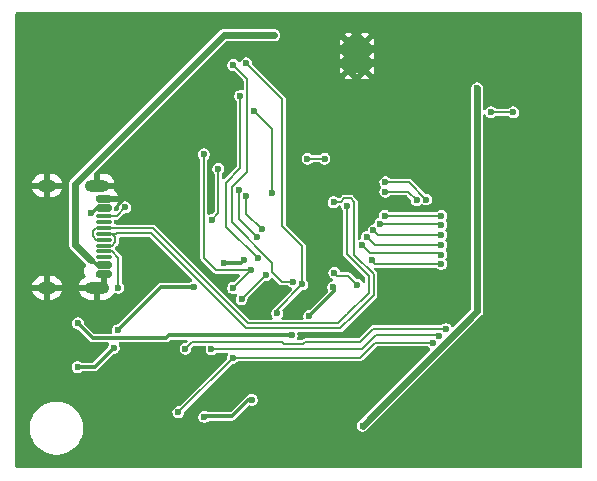
<source format=gbr>
%TF.GenerationSoftware,KiCad,Pcbnew,9.0.2*%
%TF.CreationDate,2025-12-06T23:29:51-05:00*%
%TF.ProjectId,taskmonitor,7461736b-6d6f-46e6-9974-6f722e6b6963,rev?*%
%TF.SameCoordinates,Original*%
%TF.FileFunction,Copper,L2,Bot*%
%TF.FilePolarity,Positive*%
%FSLAX46Y46*%
G04 Gerber Fmt 4.6, Leading zero omitted, Abs format (unit mm)*
G04 Created by KiCad (PCBNEW 9.0.2) date 2025-12-06 23:29:51*
%MOMM*%
%LPD*%
G01*
G04 APERTURE LIST*
G04 Aperture macros list*
%AMRoundRect*
0 Rectangle with rounded corners*
0 $1 Rounding radius*
0 $2 $3 $4 $5 $6 $7 $8 $9 X,Y pos of 4 corners*
0 Add a 4 corners polygon primitive as box body*
4,1,4,$2,$3,$4,$5,$6,$7,$8,$9,$2,$3,0*
0 Add four circle primitives for the rounded corners*
1,1,$1+$1,$2,$3*
1,1,$1+$1,$4,$5*
1,1,$1+$1,$6,$7*
1,1,$1+$1,$8,$9*
0 Add four rect primitives between the rounded corners*
20,1,$1+$1,$2,$3,$4,$5,0*
20,1,$1+$1,$4,$5,$6,$7,0*
20,1,$1+$1,$6,$7,$8,$9,0*
20,1,$1+$1,$8,$9,$2,$3,0*%
G04 Aperture macros list end*
%TA.AperFunction,HeatsinkPad*%
%ADD10C,0.500000*%
%TD*%
%TA.AperFunction,HeatsinkPad*%
%ADD11R,1.900000X2.900000*%
%TD*%
%TA.AperFunction,ComponentPad*%
%ADD12R,0.900000X0.500000*%
%TD*%
%TA.AperFunction,SMDPad,CuDef*%
%ADD13RoundRect,0.150000X0.500000X-0.150000X0.500000X0.150000X-0.500000X0.150000X-0.500000X-0.150000X0*%
%TD*%
%TA.AperFunction,SMDPad,CuDef*%
%ADD14RoundRect,0.075000X0.575000X-0.075000X0.575000X0.075000X-0.575000X0.075000X-0.575000X-0.075000X0*%
%TD*%
%TA.AperFunction,HeatsinkPad*%
%ADD15O,1.600000X1.000000*%
%TD*%
%TA.AperFunction,HeatsinkPad*%
%ADD16O,2.100000X1.000000*%
%TD*%
%TA.AperFunction,ViaPad*%
%ADD17C,0.600000*%
%TD*%
%TA.AperFunction,Conductor*%
%ADD18C,0.200000*%
%TD*%
%TA.AperFunction,Conductor*%
%ADD19C,0.600000*%
%TD*%
%TA.AperFunction,Conductor*%
%ADD20C,0.300000*%
%TD*%
G04 APERTURE END LIST*
D10*
%TO.P,U2,9,EPAD*%
%TO.N,GND*%
X98550000Y-83055000D03*
X98550000Y-84255000D03*
X98550000Y-85455000D03*
D11*
X99250000Y-84255000D03*
D10*
X99950000Y-83055000D03*
X99950000Y-84255000D03*
X99950000Y-85455000D03*
%TD*%
D12*
%TO.P,AE1,2*%
%TO.N,GND*%
X71100000Y-85700000D03*
%TD*%
D13*
%TO.P,J1,A1,GND*%
%TO.N,GND*%
X77865000Y-102760000D03*
%TO.P,J1,A4,VBUS*%
%TO.N,+5V*%
X77865000Y-101960000D03*
D14*
%TO.P,J1,A5,CC1*%
%TO.N,Net-(J1-CC1)*%
X77865000Y-100810000D03*
%TO.P,J1,A6,D+*%
%TO.N,/D+*%
X77865000Y-99810000D03*
%TO.P,J1,A7,D-*%
%TO.N,/D-*%
X77865000Y-99310000D03*
%TO.P,J1,A8,SBU1*%
%TO.N,unconnected-(J1-SBU1-PadA8)*%
X77865000Y-98310000D03*
D13*
%TO.P,J1,A9,VBUS*%
%TO.N,+5V*%
X77865000Y-97160000D03*
%TO.P,J1,A12,GND*%
%TO.N,GND*%
X77865000Y-96360000D03*
%TO.P,J1,B1,GND*%
X77865000Y-96360000D03*
%TO.P,J1,B4,VBUS*%
%TO.N,+5V*%
X77865000Y-97160000D03*
D14*
%TO.P,J1,B5,CC2*%
%TO.N,Net-(J1-CC2)*%
X77865000Y-97810000D03*
%TO.P,J1,B6,D+*%
%TO.N,/D+*%
X77865000Y-98810000D03*
%TO.P,J1,B7,D-*%
%TO.N,/D-*%
X77865000Y-100310000D03*
%TO.P,J1,B8,SBU2*%
%TO.N,unconnected-(J1-SBU2-PadB8)*%
X77865000Y-101310000D03*
D13*
%TO.P,J1,B9,VBUS*%
%TO.N,+5V*%
X77865000Y-101960000D03*
%TO.P,J1,B12,GND*%
%TO.N,GND*%
X77865000Y-102760000D03*
D15*
%TO.P,J1,S1,SHIELD*%
X73045000Y-103880000D03*
D16*
X77225000Y-103880000D03*
D15*
X73045000Y-95240000D03*
D16*
X77225000Y-95240000D03*
%TD*%
D17*
%TO.N,GND*%
X72950000Y-87950000D03*
X94600000Y-99450000D03*
X102600000Y-81150000D03*
X117775000Y-84800000D03*
%TO.N,/XTAL_P*%
X95075000Y-92950000D03*
X96525000Y-92950000D03*
%TO.N,/SD1*%
X89500000Y-104850000D03*
X91535360Y-102814640D03*
%TO.N,/SCK*%
X106419900Y-97775000D03*
X101625000Y-97775000D03*
%TO.N,/BUSY*%
X100500000Y-101550000D03*
X106401456Y-101871589D03*
%TO.N,/D{slash}C#*%
X100095364Y-99600196D03*
X106419900Y-100272058D03*
%TO.N,/SDIO*%
X106419900Y-98575003D03*
X101226739Y-98468822D03*
%TO.N,/CS*%
X100661051Y-99034509D03*
X106419900Y-99423530D03*
%TO.N,/RES#*%
X99687680Y-100288526D03*
X106393510Y-101071626D03*
%TO.N,+5V*%
X76745978Y-101575251D03*
X76745978Y-97544749D03*
X92275000Y-82500000D03*
%TO.N,/D+*%
X98424479Y-96925521D03*
%TO.N,/D-*%
X97287714Y-96637286D03*
%TO.N,/BOOT*%
X97269695Y-103830305D03*
X75650000Y-106900000D03*
X95234838Y-106275001D03*
X93742420Y-107925000D03*
%TO.N,EN*%
X85479136Y-103820864D03*
X89732800Y-101525000D03*
X78675000Y-108975000D03*
X88000000Y-101801405D03*
X75625000Y-110600000D03*
X79025000Y-107475000D03*
%TO.N,/SPI1*%
X90876020Y-101400000D03*
X89375000Y-87650000D03*
%TO.N,/SPI7*%
X89900000Y-96150000D03*
X91200000Y-98900000D03*
%TO.N,/SPI6*%
X88800000Y-85025000D03*
X93875000Y-103384620D03*
%TO.N,/MOSI*%
X88775000Y-103900000D03*
X86950100Y-109075000D03*
X86300000Y-92582209D03*
X90273595Y-102401405D03*
X106236116Y-107957512D03*
%TO.N,/MISO*%
X94650000Y-103600000D03*
X92500000Y-106050000D03*
X105670429Y-108523199D03*
X89900000Y-84875000D03*
X84150000Y-114425000D03*
X88775000Y-109800000D03*
%TO.N,/CLK*%
X86975000Y-98150000D03*
X84750000Y-109050000D03*
X89300000Y-95582209D03*
X106801803Y-107391825D03*
X90800000Y-99600000D03*
X87533896Y-93816104D03*
%TO.N,/SEL1*%
X97350000Y-102625000D03*
X99275000Y-103625000D03*
X112504520Y-89029520D03*
X110625000Y-89025000D03*
%TO.N,Net-(U3-LNA_IN)*%
X90575000Y-88900000D03*
X92084620Y-95859620D03*
%TO.N,Net-(J1-CC2)*%
X79650000Y-97075000D03*
%TO.N,Net-(J1-CC1)*%
X79075000Y-103875000D03*
%TO.N,Net-(J2-Pin_1)*%
X109450000Y-87000000D03*
X99750000Y-115575000D03*
%TO.N,+3.3V*%
X90375000Y-113375000D03*
X86350100Y-114825000D03*
%TO.N,/INT1*%
X101675000Y-95750000D03*
X104321476Y-96464380D03*
%TO.N,/CS2*%
X101675000Y-94949997D03*
X105119900Y-96414138D03*
%TD*%
D18*
%TO.N,/MISO*%
X92500000Y-106050000D02*
X92500000Y-105750000D01*
X92500000Y-105750000D02*
X94650000Y-103600000D01*
%TO.N,/BUSY*%
X106401456Y-101871589D02*
X100821589Y-101871589D01*
X100821589Y-101871589D02*
X100500000Y-101550000D01*
%TO.N,/RES#*%
X106393510Y-101071626D02*
X106270884Y-100949000D01*
X106270884Y-100949000D02*
X100348154Y-100949000D01*
X100348154Y-100949000D02*
X99687680Y-100288526D01*
%TO.N,/D{slash}C#*%
X106419900Y-100272058D02*
X100767226Y-100272058D01*
X100767226Y-100272058D02*
X100095364Y-99600196D01*
%TO.N,/CS*%
X106419900Y-99423530D02*
X101050072Y-99423530D01*
X101050072Y-99423530D02*
X100661051Y-99034509D01*
%TO.N,/SDIO*%
X101226739Y-98468822D02*
X106313719Y-98468822D01*
X106313719Y-98468822D02*
X106419900Y-98575003D01*
%TO.N,/SCK*%
X106419900Y-97775000D02*
X101625000Y-97775000D01*
D19*
%TO.N,Net-(J2-Pin_1)*%
X109450000Y-105875000D02*
X99750000Y-115575000D01*
X109450000Y-87000000D02*
X109450000Y-105875000D01*
D18*
%TO.N,/XTAL_P*%
X96525000Y-92950000D02*
X95075000Y-92950000D01*
%TO.N,/SD1*%
X89500000Y-104850000D02*
X91535360Y-102814640D01*
D19*
%TO.N,+5V*%
X75400000Y-95075000D02*
X87975000Y-82500000D01*
D20*
X76876970Y-101575251D02*
X76745978Y-101575251D01*
X77865000Y-97160000D02*
X77261719Y-97160000D01*
X77865000Y-101960000D02*
X77261719Y-101960000D01*
X76876970Y-97544749D02*
X76745978Y-97544749D01*
D19*
X87975000Y-82500000D02*
X92275000Y-82500000D01*
X76745978Y-101575251D02*
X75400000Y-100229273D01*
D20*
X77261719Y-97160000D02*
X76876970Y-97544749D01*
D19*
X75400000Y-95225000D02*
X75400000Y-95075000D01*
D20*
X77261719Y-101960000D02*
X76876970Y-101575251D01*
D19*
X75400000Y-100229273D02*
X75400000Y-95225000D01*
D18*
%TO.N,/D+*%
X81978198Y-98835000D02*
X90018198Y-106875000D01*
X98425000Y-96926042D02*
X98425521Y-96925521D01*
X98425521Y-96925521D02*
X98424479Y-96925521D01*
X77181176Y-98810000D02*
X77865000Y-98810000D01*
X77865000Y-99810000D02*
X77181176Y-99810000D01*
X77865000Y-98810000D02*
X78840001Y-98810000D01*
X78865001Y-98835000D02*
X81978198Y-98835000D01*
X98425000Y-106131802D02*
X98443198Y-106131802D01*
X98425000Y-101042100D02*
X98425000Y-96926042D01*
X100274000Y-102891100D02*
X98425000Y-101042100D01*
X97681802Y-106875000D02*
X98425000Y-106131802D01*
X76914000Y-99542824D02*
X76914000Y-99077176D01*
X90018198Y-106875000D02*
X97681802Y-106875000D01*
X100274000Y-104301000D02*
X100274000Y-102891100D01*
X77181176Y-99810000D02*
X76914000Y-99542824D01*
X98443198Y-106131802D02*
X100274000Y-104301000D01*
X76914000Y-99077176D02*
X77181176Y-98810000D01*
X78840001Y-98810000D02*
X78865001Y-98835000D01*
%TO.N,/D-*%
X78816000Y-100042824D02*
X78548824Y-100310000D01*
X100675000Y-104525000D02*
X100675000Y-102725000D01*
X77865000Y-99310000D02*
X78548824Y-99310000D01*
X99025000Y-106168198D02*
X99031802Y-106168198D01*
X100675000Y-102725000D02*
X99025000Y-101075000D01*
X78816000Y-99577176D02*
X78816000Y-100042824D01*
X99031802Y-106168198D02*
X100675000Y-104525000D01*
X77865000Y-99310000D02*
X78840001Y-99310000D01*
X99025000Y-101075000D02*
X99025000Y-96606801D01*
X89831802Y-107325000D02*
X97868198Y-107325000D01*
X97892735Y-96607322D02*
X97317678Y-96607322D01*
X98175536Y-96324521D02*
X97892735Y-96607322D01*
X98742720Y-96324521D02*
X98175536Y-96324521D01*
X97317678Y-96607322D02*
X97287714Y-96637286D01*
X97868198Y-107325000D02*
X99025000Y-106168198D01*
X78548824Y-99310000D02*
X78816000Y-99577176D01*
X81791802Y-99285000D02*
X89831802Y-107325000D01*
X78865001Y-99285000D02*
X81791802Y-99285000D01*
X78548824Y-100310000D02*
X77865000Y-100310000D01*
X78840001Y-99310000D02*
X78865001Y-99285000D01*
X99025000Y-96606801D02*
X98742720Y-96324521D01*
D20*
%TO.N,/BOOT*%
X93742420Y-107925000D02*
X83350000Y-107925000D01*
X97325000Y-103885610D02*
X97325000Y-104184839D01*
X97325000Y-104184839D02*
X95234838Y-106275001D01*
X76900000Y-108150000D02*
X75650000Y-106900000D01*
X83125000Y-108150000D02*
X76900000Y-108150000D01*
X97269695Y-103830305D02*
X97325000Y-103885610D01*
X83350000Y-107925000D02*
X83125000Y-108150000D01*
%TO.N,EN*%
X89456395Y-101801405D02*
X89732800Y-101525000D01*
X75625000Y-110600000D02*
X77050000Y-110600000D01*
X77050000Y-110600000D02*
X78675000Y-108975000D01*
X88000000Y-101801405D02*
X89456395Y-101801405D01*
X82679136Y-103820864D02*
X85479136Y-103820864D01*
X79025000Y-107475000D02*
X82679136Y-103820864D01*
D18*
%TO.N,/SPI1*%
X89375000Y-93775000D02*
X88175000Y-94975000D01*
X88175000Y-94975000D02*
X88175000Y-98698980D01*
X89375000Y-93775000D02*
X89375000Y-87650000D01*
X88175000Y-98698980D02*
X90876020Y-101400000D01*
%TO.N,/SPI7*%
X89900000Y-97600000D02*
X91200000Y-98900000D01*
X89900000Y-96150000D02*
X89900000Y-97600000D01*
%TO.N,/SPI6*%
X93875000Y-103384620D02*
X92909620Y-103384620D01*
X89975000Y-86200000D02*
X88800000Y-85025000D01*
X89975000Y-94057266D02*
X89975000Y-86200000D01*
X88699000Y-95333266D02*
X89975000Y-94057266D01*
X88699000Y-98349000D02*
X88699000Y-95333266D01*
X92909620Y-103384620D02*
X92112500Y-102587500D01*
X92112500Y-101762500D02*
X88699000Y-98349000D01*
X92112500Y-102587500D02*
X92112500Y-101762500D01*
%TO.N,/MOSI*%
X90273595Y-102401405D02*
X87351405Y-102401405D01*
X87351405Y-102401405D02*
X86300000Y-101350000D01*
X86300000Y-101350000D02*
X86300000Y-92582209D01*
X90273595Y-102401405D02*
X88775000Y-103900000D01*
X99707900Y-109075000D02*
X86950100Y-109075000D01*
X100860701Y-107922199D02*
X99707900Y-109075000D01*
X106200803Y-107922199D02*
X100860701Y-107922199D01*
X106236116Y-107957512D02*
X106200803Y-107922199D01*
%TO.N,/MISO*%
X100826801Y-108523199D02*
X105670429Y-108523199D01*
X94650000Y-103600000D02*
X94650000Y-100349943D01*
X89900000Y-84875000D02*
X92950000Y-87925000D01*
X94650000Y-100349943D02*
X92950000Y-98649943D01*
X88775000Y-109800000D02*
X84150000Y-114425000D01*
X88775000Y-109800000D02*
X99550000Y-109800000D01*
X92950000Y-98649943D02*
X92950000Y-87925000D01*
X99550000Y-109800000D02*
X100826801Y-108523199D01*
%TO.N,/CLK*%
X85326000Y-108474000D02*
X84750000Y-109050000D01*
X87533896Y-97591104D02*
X86975000Y-98150000D01*
X89300000Y-98100000D02*
X90800000Y-99600000D01*
X106801803Y-107391825D02*
X106766490Y-107356512D01*
X93076000Y-108650000D02*
X92900000Y-108474000D01*
X106766490Y-107356512D02*
X100642488Y-107356512D01*
X99525000Y-108474000D02*
X94876000Y-108474000D01*
X89300000Y-95582209D02*
X89300000Y-98100000D01*
X94700000Y-108650000D02*
X93076000Y-108650000D01*
X92900000Y-108474000D02*
X85326000Y-108474000D01*
X94876000Y-108474000D02*
X94700000Y-108650000D01*
X87533896Y-93816104D02*
X87533896Y-97591104D01*
X100642488Y-107356512D02*
X99525000Y-108474000D01*
%TO.N,/SEL1*%
X97350000Y-102625000D02*
X97600000Y-102875000D01*
X112500000Y-89025000D02*
X112504520Y-89029520D01*
X97600000Y-102875000D02*
X98525000Y-102875000D01*
X110625000Y-89025000D02*
X112500000Y-89025000D01*
X98525000Y-102875000D02*
X99275000Y-103625000D01*
%TO.N,Net-(U3-LNA_IN)*%
X92084620Y-95859620D02*
X92084620Y-92615380D01*
X92084620Y-92615380D02*
X92084620Y-90409620D01*
X92084620Y-90409620D02*
X90575000Y-88900000D01*
%TO.N,Net-(J1-CC2)*%
X77865000Y-97810000D02*
X78915000Y-97810000D01*
X78915000Y-97810000D02*
X79650000Y-97075000D01*
%TO.N,Net-(J1-CC1)*%
X79075000Y-101336176D02*
X79075000Y-103875000D01*
X78548824Y-100810000D02*
X79075000Y-101336176D01*
X77865000Y-100810000D02*
X78548824Y-100810000D01*
D20*
%TO.N,+3.3V*%
X90075000Y-113375000D02*
X88675000Y-114775000D01*
X86400100Y-114775000D02*
X86350100Y-114825000D01*
X90375000Y-113375000D02*
X90075000Y-113375000D01*
X88675000Y-114775000D02*
X86400100Y-114775000D01*
D18*
%TO.N,/INT1*%
X103607096Y-95750000D02*
X101675000Y-95750000D01*
X104321476Y-96464380D02*
X103607096Y-95750000D01*
%TO.N,/CS2*%
X105119900Y-96414138D02*
X103655759Y-94949997D01*
X103655759Y-94949997D02*
X101675000Y-94949997D01*
%TD*%
%TA.AperFunction,Conductor*%
%TO.N,GND*%
G36*
X77808039Y-102529685D02*
G01*
X77853794Y-102582489D01*
X77865000Y-102634000D01*
X77865000Y-102760000D01*
X77991000Y-102760000D01*
X78058039Y-102779685D01*
X78103794Y-102832489D01*
X78115000Y-102884000D01*
X78115000Y-103566000D01*
X78095315Y-103633039D01*
X78042511Y-103678794D01*
X78006001Y-103686736D01*
X77959205Y-103639940D01*
X77890796Y-103600444D01*
X77814496Y-103580000D01*
X77618046Y-103580000D01*
X77615000Y-103566000D01*
X77615000Y-103010000D01*
X77278242Y-103010000D01*
X77211203Y-102990315D01*
X77165448Y-102937511D01*
X77155504Y-102868353D01*
X77181805Y-102810760D01*
X77180568Y-102809811D01*
X77185507Y-102803372D01*
X77185515Y-102803365D01*
X77261281Y-102672135D01*
X77280098Y-102601906D01*
X77316463Y-102542246D01*
X77379310Y-102511717D01*
X77399873Y-102510000D01*
X77741000Y-102510000D01*
X77808039Y-102529685D01*
G37*
%TD.AperFunction*%
%TA.AperFunction,Conductor*%
G36*
X118267539Y-80570185D02*
G01*
X118313294Y-80622989D01*
X118324500Y-80674500D01*
X118324500Y-119050500D01*
X118304815Y-119117539D01*
X118252011Y-119163294D01*
X118200500Y-119174500D01*
X70474500Y-119174500D01*
X70407461Y-119154815D01*
X70361706Y-119102011D01*
X70350500Y-119050500D01*
X70350500Y-115627486D01*
X71574500Y-115627486D01*
X71574500Y-115922513D01*
X71594642Y-116075499D01*
X71613007Y-116214993D01*
X71613008Y-116214995D01*
X71689361Y-116499951D01*
X71689364Y-116499961D01*
X71802254Y-116772500D01*
X71802258Y-116772510D01*
X71949761Y-117027993D01*
X72129352Y-117262040D01*
X72129358Y-117262047D01*
X72337952Y-117470641D01*
X72337959Y-117470647D01*
X72572006Y-117650238D01*
X72827489Y-117797741D01*
X72827490Y-117797741D01*
X72827493Y-117797743D01*
X73100048Y-117910639D01*
X73385007Y-117986993D01*
X73677494Y-118025500D01*
X73677501Y-118025500D01*
X73972499Y-118025500D01*
X73972506Y-118025500D01*
X74264993Y-117986993D01*
X74549952Y-117910639D01*
X74822507Y-117797743D01*
X75077994Y-117650238D01*
X75312042Y-117470646D01*
X75520646Y-117262042D01*
X75700238Y-117027994D01*
X75847743Y-116772507D01*
X75960639Y-116499952D01*
X76036993Y-116214993D01*
X76075500Y-115922506D01*
X76075500Y-115627494D01*
X76036993Y-115335007D01*
X75960639Y-115050048D01*
X75847743Y-114777493D01*
X75837128Y-114759108D01*
X75700238Y-114522006D01*
X75520647Y-114287959D01*
X75520641Y-114287952D01*
X75312047Y-114079358D01*
X75312040Y-114079352D01*
X75077993Y-113899761D01*
X74822510Y-113752258D01*
X74822500Y-113752254D01*
X74549961Y-113639364D01*
X74549954Y-113639362D01*
X74549952Y-113639361D01*
X74264993Y-113563007D01*
X74216113Y-113556571D01*
X73972513Y-113524500D01*
X73972506Y-113524500D01*
X73677494Y-113524500D01*
X73677486Y-113524500D01*
X73399085Y-113561153D01*
X73385007Y-113563007D01*
X73100048Y-113639361D01*
X73100038Y-113639364D01*
X72827499Y-113752254D01*
X72827489Y-113752258D01*
X72572006Y-113899761D01*
X72337959Y-114079352D01*
X72337952Y-114079358D01*
X72129358Y-114287952D01*
X72129352Y-114287959D01*
X71949761Y-114522006D01*
X71802258Y-114777489D01*
X71802254Y-114777499D01*
X71689364Y-115050038D01*
X71689361Y-115050048D01*
X71615555Y-115325500D01*
X71613008Y-115335004D01*
X71613006Y-115335015D01*
X71574500Y-115627486D01*
X70350500Y-115627486D01*
X70350500Y-103630000D01*
X71775138Y-103630000D01*
X72578012Y-103630000D01*
X72560795Y-103639940D01*
X72504940Y-103695795D01*
X72465444Y-103764204D01*
X72445000Y-103840504D01*
X72445000Y-103919496D01*
X72465444Y-103995796D01*
X72504940Y-104064205D01*
X72560795Y-104120060D01*
X72578012Y-104130000D01*
X71775138Y-104130000D01*
X71783430Y-104171690D01*
X71783430Y-104171692D01*
X71858807Y-104353671D01*
X71858814Y-104353684D01*
X71968248Y-104517462D01*
X71968251Y-104517466D01*
X72107533Y-104656748D01*
X72107537Y-104656751D01*
X72271315Y-104766185D01*
X72271328Y-104766192D01*
X72453306Y-104841569D01*
X72453318Y-104841572D01*
X72646504Y-104879999D01*
X72646508Y-104880000D01*
X72795000Y-104880000D01*
X72795000Y-104180000D01*
X73295000Y-104180000D01*
X73295000Y-104880000D01*
X73443492Y-104880000D01*
X73443495Y-104879999D01*
X73636681Y-104841572D01*
X73636693Y-104841569D01*
X73818671Y-104766192D01*
X73818684Y-104766185D01*
X73982462Y-104656751D01*
X73982466Y-104656748D01*
X74121748Y-104517466D01*
X74121751Y-104517462D01*
X74231185Y-104353684D01*
X74231192Y-104353671D01*
X74306569Y-104171692D01*
X74306569Y-104171690D01*
X74314862Y-104130000D01*
X73511988Y-104130000D01*
X73529205Y-104120060D01*
X73585060Y-104064205D01*
X73624556Y-103995796D01*
X73645000Y-103919496D01*
X73645000Y-103840504D01*
X73624556Y-103764204D01*
X73585060Y-103695795D01*
X73529205Y-103639940D01*
X73511988Y-103630000D01*
X74314862Y-103630000D01*
X74306569Y-103588309D01*
X74306569Y-103588307D01*
X74231192Y-103406328D01*
X74231185Y-103406315D01*
X74121751Y-103242537D01*
X74121748Y-103242533D01*
X73982466Y-103103251D01*
X73982462Y-103103248D01*
X73818684Y-102993814D01*
X73818671Y-102993807D01*
X73636693Y-102918430D01*
X73636681Y-102918427D01*
X73443495Y-102880000D01*
X73295000Y-102880000D01*
X73295000Y-103580000D01*
X72795000Y-103580000D01*
X72795000Y-102880000D01*
X72646504Y-102880000D01*
X72453318Y-102918427D01*
X72453306Y-102918430D01*
X72271328Y-102993807D01*
X72271315Y-102993814D01*
X72107537Y-103103248D01*
X72107533Y-103103251D01*
X71968251Y-103242533D01*
X71968248Y-103242537D01*
X71858814Y-103406315D01*
X71858807Y-103406328D01*
X71783430Y-103588307D01*
X71783430Y-103588309D01*
X71775138Y-103630000D01*
X70350500Y-103630000D01*
X70350500Y-94990000D01*
X71775138Y-94990000D01*
X72578012Y-94990000D01*
X72560795Y-94999940D01*
X72504940Y-95055795D01*
X72465444Y-95124204D01*
X72445000Y-95200504D01*
X72445000Y-95279496D01*
X72465444Y-95355796D01*
X72504940Y-95424205D01*
X72560795Y-95480060D01*
X72578012Y-95490000D01*
X71775138Y-95490000D01*
X71783430Y-95531690D01*
X71783430Y-95531692D01*
X71858807Y-95713671D01*
X71858814Y-95713684D01*
X71968248Y-95877462D01*
X71968251Y-95877466D01*
X72107533Y-96016748D01*
X72107537Y-96016751D01*
X72271315Y-96126185D01*
X72271328Y-96126192D01*
X72453306Y-96201569D01*
X72453318Y-96201572D01*
X72646504Y-96239999D01*
X72646508Y-96240000D01*
X72795000Y-96240000D01*
X72795000Y-95540000D01*
X73295000Y-95540000D01*
X73295000Y-96240000D01*
X73443492Y-96240000D01*
X73443495Y-96239999D01*
X73636681Y-96201572D01*
X73636693Y-96201569D01*
X73818671Y-96126192D01*
X73818684Y-96126185D01*
X73982462Y-96016751D01*
X73982466Y-96016748D01*
X74121748Y-95877466D01*
X74121751Y-95877462D01*
X74231185Y-95713684D01*
X74231192Y-95713671D01*
X74306569Y-95531692D01*
X74306569Y-95531690D01*
X74314862Y-95490000D01*
X73511988Y-95490000D01*
X73529205Y-95480060D01*
X73585060Y-95424205D01*
X73624556Y-95355796D01*
X73645000Y-95279496D01*
X73645000Y-95200504D01*
X73624556Y-95124204D01*
X73585060Y-95055795D01*
X73538373Y-95009108D01*
X74899500Y-95009108D01*
X74899500Y-95159108D01*
X74899500Y-100163381D01*
X74899500Y-100295165D01*
X74910964Y-100337948D01*
X74933608Y-100422460D01*
X74962395Y-100472319D01*
X74999500Y-100536587D01*
X74999502Y-100536589D01*
X76324335Y-101861422D01*
X76357820Y-101922745D01*
X76352836Y-101992437D01*
X76324336Y-102036784D01*
X76264485Y-102096635D01*
X76188719Y-102227863D01*
X76159214Y-102337980D01*
X76149500Y-102374234D01*
X76149500Y-102525766D01*
X76153445Y-102540489D01*
X76188719Y-102672136D01*
X76209840Y-102708718D01*
X76264485Y-102803365D01*
X76264486Y-102803366D01*
X76268549Y-102810403D01*
X76266346Y-102811674D01*
X76286959Y-102864983D01*
X76272923Y-102933428D01*
X76224112Y-102983420D01*
X76210845Y-102989866D01*
X76201324Y-102993809D01*
X76201315Y-102993814D01*
X76037537Y-103103248D01*
X76037533Y-103103251D01*
X75898251Y-103242533D01*
X75898248Y-103242537D01*
X75788814Y-103406315D01*
X75788807Y-103406328D01*
X75713430Y-103588307D01*
X75713430Y-103588309D01*
X75705138Y-103630000D01*
X76508012Y-103630000D01*
X76490795Y-103639940D01*
X76434940Y-103695795D01*
X76395444Y-103764204D01*
X76375000Y-103840504D01*
X76375000Y-103919496D01*
X76395444Y-103995796D01*
X76434940Y-104064205D01*
X76490795Y-104120060D01*
X76508012Y-104130000D01*
X75705138Y-104130000D01*
X75713430Y-104171690D01*
X75713430Y-104171692D01*
X75788807Y-104353671D01*
X75788814Y-104353684D01*
X75898248Y-104517462D01*
X75898251Y-104517466D01*
X76037533Y-104656748D01*
X76037537Y-104656751D01*
X76201315Y-104766185D01*
X76201328Y-104766192D01*
X76383306Y-104841569D01*
X76383318Y-104841572D01*
X76576504Y-104879999D01*
X76576508Y-104880000D01*
X76975000Y-104880000D01*
X76975000Y-104180000D01*
X77475000Y-104180000D01*
X77475000Y-104880000D01*
X77873492Y-104880000D01*
X77873495Y-104879999D01*
X78066681Y-104841572D01*
X78066693Y-104841569D01*
X78248671Y-104766192D01*
X78248684Y-104766185D01*
X78412462Y-104656751D01*
X78412466Y-104656748D01*
X78551749Y-104517465D01*
X78664006Y-104349460D01*
X78717619Y-104304654D01*
X78786943Y-104295947D01*
X78829109Y-104310963D01*
X78857944Y-104327611D01*
X78881814Y-104341392D01*
X79009108Y-104375500D01*
X79009110Y-104375500D01*
X79140890Y-104375500D01*
X79140892Y-104375500D01*
X79268186Y-104341392D01*
X79382314Y-104275500D01*
X79475500Y-104182314D01*
X79541392Y-104068186D01*
X79575500Y-103940892D01*
X79575500Y-103809108D01*
X79541392Y-103681814D01*
X79539648Y-103678794D01*
X79515586Y-103637117D01*
X79475500Y-103567686D01*
X79411818Y-103504004D01*
X79378334Y-103442680D01*
X79375500Y-103416323D01*
X79375500Y-101296615D01*
X79368150Y-101269185D01*
X79355021Y-101220187D01*
X79334129Y-101184001D01*
X79315464Y-101151671D01*
X79315458Y-101151663D01*
X78811476Y-100647681D01*
X78777991Y-100586358D01*
X78782975Y-100516666D01*
X78811476Y-100472319D01*
X78929377Y-100354418D01*
X79056460Y-100227335D01*
X79075699Y-100194012D01*
X79096021Y-100158813D01*
X79116500Y-100082386D01*
X79116500Y-99709500D01*
X79136185Y-99642461D01*
X79188989Y-99596706D01*
X79240500Y-99585500D01*
X81615969Y-99585500D01*
X81683008Y-99605185D01*
X81703650Y-99621819D01*
X85267001Y-103185170D01*
X85276955Y-103203400D01*
X85290913Y-103218786D01*
X85293362Y-103233448D01*
X85300486Y-103246493D01*
X85299004Y-103267211D01*
X85302428Y-103287701D01*
X85296562Y-103301358D01*
X85295502Y-103316185D01*
X85283052Y-103332815D01*
X85274856Y-103351900D01*
X85258279Y-103365907D01*
X85253630Y-103372118D01*
X85248716Y-103375614D01*
X85245090Y-103378062D01*
X85171822Y-103420364D01*
X85149720Y-103442465D01*
X85139856Y-103449127D01*
X85117451Y-103456263D01*
X85096818Y-103467530D01*
X85074568Y-103469922D01*
X85073282Y-103470332D01*
X85072561Y-103470138D01*
X85070460Y-103470364D01*
X82632990Y-103470364D01*
X82597754Y-103479805D01*
X82597754Y-103479806D01*
X82543848Y-103494250D01*
X82543847Y-103494250D01*
X82543845Y-103494251D01*
X82463927Y-103540391D01*
X82463922Y-103540395D01*
X79066137Y-106938181D01*
X79004814Y-106971666D01*
X78978456Y-106974500D01*
X78959108Y-106974500D01*
X78831812Y-107008608D01*
X78717686Y-107074500D01*
X78717683Y-107074502D01*
X78624502Y-107167683D01*
X78624500Y-107167686D01*
X78558608Y-107281812D01*
X78526807Y-107400499D01*
X78524500Y-107409108D01*
X78524500Y-107540892D01*
X78547405Y-107626377D01*
X78551969Y-107643407D01*
X78550306Y-107713257D01*
X78511143Y-107771119D01*
X78446915Y-107798623D01*
X78432194Y-107799500D01*
X77096544Y-107799500D01*
X77029505Y-107779815D01*
X77008863Y-107763181D01*
X76186819Y-106941137D01*
X76153334Y-106879814D01*
X76150500Y-106853456D01*
X76150500Y-106834110D01*
X76150500Y-106834108D01*
X76116392Y-106706814D01*
X76050500Y-106592686D01*
X75957314Y-106499500D01*
X75872444Y-106450500D01*
X75843187Y-106433608D01*
X75750059Y-106408655D01*
X75715892Y-106399500D01*
X75584108Y-106399500D01*
X75456812Y-106433608D01*
X75342686Y-106499500D01*
X75342683Y-106499502D01*
X75249502Y-106592683D01*
X75249500Y-106592686D01*
X75183608Y-106706812D01*
X75149500Y-106834108D01*
X75149500Y-106965892D01*
X75156315Y-106991325D01*
X75183608Y-107093187D01*
X75196811Y-107116054D01*
X75249500Y-107207314D01*
X75342686Y-107300500D01*
X75456814Y-107366392D01*
X75584108Y-107400500D01*
X75603456Y-107400500D01*
X75670495Y-107420185D01*
X75691137Y-107436819D01*
X76684788Y-108430470D01*
X76684789Y-108430471D01*
X76684791Y-108430472D01*
X76724750Y-108453542D01*
X76764712Y-108476614D01*
X76853856Y-108500500D01*
X78156251Y-108500500D01*
X78223290Y-108520185D01*
X78269045Y-108572989D01*
X78278989Y-108642147D01*
X78263639Y-108686497D01*
X78239944Y-108727538D01*
X78208608Y-108781812D01*
X78174500Y-108909108D01*
X78174500Y-108928456D01*
X78154815Y-108995495D01*
X78138181Y-109016137D01*
X76941137Y-110213181D01*
X76879814Y-110246666D01*
X76853456Y-110249500D01*
X76033676Y-110249500D01*
X75966637Y-110229815D01*
X75945995Y-110213181D01*
X75932316Y-110199502D01*
X75932314Y-110199500D01*
X75875250Y-110166554D01*
X75818187Y-110133608D01*
X75754539Y-110116554D01*
X75690892Y-110099500D01*
X75559108Y-110099500D01*
X75431812Y-110133608D01*
X75317686Y-110199500D01*
X75317683Y-110199502D01*
X75224502Y-110292683D01*
X75224500Y-110292686D01*
X75158608Y-110406812D01*
X75124500Y-110534108D01*
X75124500Y-110665891D01*
X75158608Y-110793187D01*
X75191554Y-110850250D01*
X75224500Y-110907314D01*
X75317686Y-111000500D01*
X75431814Y-111066392D01*
X75559108Y-111100500D01*
X75559110Y-111100500D01*
X75690890Y-111100500D01*
X75690892Y-111100500D01*
X75818186Y-111066392D01*
X75932314Y-111000500D01*
X75945995Y-110986819D01*
X76007318Y-110953334D01*
X76033676Y-110950500D01*
X77096142Y-110950500D01*
X77096144Y-110950500D01*
X77185288Y-110926614D01*
X77195912Y-110920480D01*
X77265212Y-110880470D01*
X78633863Y-109511819D01*
X78695186Y-109478334D01*
X78721544Y-109475500D01*
X78740890Y-109475500D01*
X78740892Y-109475500D01*
X78868186Y-109441392D01*
X78982314Y-109375500D01*
X79075500Y-109282314D01*
X79141392Y-109168186D01*
X79175500Y-109040892D01*
X79175500Y-108909108D01*
X79141392Y-108781814D01*
X79138805Y-108777334D01*
X79118801Y-108742686D01*
X79086361Y-108686498D01*
X79069889Y-108618601D01*
X79092741Y-108552574D01*
X79147662Y-108509383D01*
X79193749Y-108500500D01*
X83171142Y-108500500D01*
X83171144Y-108500500D01*
X83260288Y-108476614D01*
X83340212Y-108430470D01*
X83458863Y-108311819D01*
X83520186Y-108278334D01*
X83546544Y-108275500D01*
X84800166Y-108275500D01*
X84821411Y-108281738D01*
X84843500Y-108283318D01*
X84854283Y-108291390D01*
X84867205Y-108295185D01*
X84881704Y-108311918D01*
X84899433Y-108325190D01*
X84904140Y-108337810D01*
X84912960Y-108347989D01*
X84916111Y-108369906D01*
X84923850Y-108390654D01*
X84920987Y-108403814D01*
X84922904Y-108417147D01*
X84913704Y-108437290D01*
X84908998Y-108458927D01*
X84895729Y-108476652D01*
X84893879Y-108480703D01*
X84887847Y-108487181D01*
X84861847Y-108513181D01*
X84800524Y-108546666D01*
X84774166Y-108549500D01*
X84684108Y-108549500D01*
X84556812Y-108583608D01*
X84442686Y-108649500D01*
X84442683Y-108649502D01*
X84349502Y-108742683D01*
X84349500Y-108742686D01*
X84283608Y-108856812D01*
X84282749Y-108860018D01*
X84249500Y-108984108D01*
X84249500Y-109115892D01*
X84263512Y-109168186D01*
X84283608Y-109243187D01*
X84306200Y-109282316D01*
X84349500Y-109357314D01*
X84442686Y-109450500D01*
X84556814Y-109516392D01*
X84684108Y-109550500D01*
X84684110Y-109550500D01*
X84815890Y-109550500D01*
X84815892Y-109550500D01*
X84943186Y-109516392D01*
X85057314Y-109450500D01*
X85150500Y-109357314D01*
X85216392Y-109243186D01*
X85250500Y-109115892D01*
X85250500Y-109025832D01*
X85259144Y-108996391D01*
X85265668Y-108966405D01*
X85269422Y-108961389D01*
X85270185Y-108958793D01*
X85286814Y-108938156D01*
X85414153Y-108810817D01*
X85475475Y-108777334D01*
X85501833Y-108774500D01*
X86350863Y-108774500D01*
X86417902Y-108794185D01*
X86463657Y-108846989D01*
X86473601Y-108916147D01*
X86470638Y-108930590D01*
X86449600Y-109009108D01*
X86449600Y-109140891D01*
X86483708Y-109268187D01*
X86491866Y-109282316D01*
X86549600Y-109382314D01*
X86642786Y-109475500D01*
X86756914Y-109541392D01*
X86884208Y-109575500D01*
X86884210Y-109575500D01*
X87015990Y-109575500D01*
X87015992Y-109575500D01*
X87143286Y-109541392D01*
X87257414Y-109475500D01*
X87321095Y-109411819D01*
X87382418Y-109378334D01*
X87408776Y-109375500D01*
X88227383Y-109375500D01*
X88294422Y-109395185D01*
X88340177Y-109447989D01*
X88350121Y-109517147D01*
X88334770Y-109561501D01*
X88308608Y-109606813D01*
X88274500Y-109734108D01*
X88274500Y-109824166D01*
X88254815Y-109891205D01*
X88238181Y-109911847D01*
X84261847Y-113888181D01*
X84200524Y-113921666D01*
X84174166Y-113924500D01*
X84084108Y-113924500D01*
X83956812Y-113958608D01*
X83842686Y-114024500D01*
X83842683Y-114024502D01*
X83749502Y-114117683D01*
X83749500Y-114117686D01*
X83683608Y-114231812D01*
X83668566Y-114287952D01*
X83649500Y-114359108D01*
X83649500Y-114490892D01*
X83657837Y-114522006D01*
X83683608Y-114618187D01*
X83691475Y-114631812D01*
X83749500Y-114732314D01*
X83842686Y-114825500D01*
X83956814Y-114891392D01*
X84084108Y-114925500D01*
X84084110Y-114925500D01*
X84215890Y-114925500D01*
X84215892Y-114925500D01*
X84343186Y-114891392D01*
X84457314Y-114825500D01*
X84523706Y-114759108D01*
X85849600Y-114759108D01*
X85849600Y-114890891D01*
X85883708Y-115018187D01*
X85905233Y-115055468D01*
X85949600Y-115132314D01*
X86042786Y-115225500D01*
X86156914Y-115291392D01*
X86284208Y-115325500D01*
X86284210Y-115325500D01*
X86415990Y-115325500D01*
X86415992Y-115325500D01*
X86543286Y-115291392D01*
X86657414Y-115225500D01*
X86721095Y-115161819D01*
X86782418Y-115128334D01*
X86808776Y-115125500D01*
X88721142Y-115125500D01*
X88721144Y-115125500D01*
X88810288Y-115101614D01*
X88890212Y-115055470D01*
X90070051Y-113875629D01*
X90131372Y-113842146D01*
X90189818Y-113843536D01*
X90309108Y-113875500D01*
X90309111Y-113875500D01*
X90440890Y-113875500D01*
X90440892Y-113875500D01*
X90568186Y-113841392D01*
X90682314Y-113775500D01*
X90775500Y-113682314D01*
X90841392Y-113568186D01*
X90875500Y-113440892D01*
X90875500Y-113309108D01*
X90841392Y-113181814D01*
X90775500Y-113067686D01*
X90682314Y-112974500D01*
X90625250Y-112941554D01*
X90568187Y-112908608D01*
X90504539Y-112891554D01*
X90440892Y-112874500D01*
X90309108Y-112874500D01*
X90181814Y-112908608D01*
X90181813Y-112908608D01*
X90181811Y-112908609D01*
X90181810Y-112908609D01*
X90067684Y-112974500D01*
X90037090Y-113005094D01*
X89981506Y-113037186D01*
X89939713Y-113048385D01*
X89939708Y-113048387D01*
X89859791Y-113094527D01*
X89859786Y-113094531D01*
X88566137Y-114388181D01*
X88504814Y-114421666D01*
X88478456Y-114424500D01*
X86690640Y-114424500D01*
X86628640Y-114407887D01*
X86543288Y-114358609D01*
X86543287Y-114358608D01*
X86543286Y-114358608D01*
X86415992Y-114324500D01*
X86284208Y-114324500D01*
X86156912Y-114358608D01*
X86042786Y-114424500D01*
X86042783Y-114424502D01*
X85949602Y-114517683D01*
X85949600Y-114517686D01*
X85883708Y-114631812D01*
X85849600Y-114759108D01*
X84523706Y-114759108D01*
X84550500Y-114732314D01*
X84563023Y-114710622D01*
X84575520Y-114688980D01*
X84616390Y-114618189D01*
X84616392Y-114618186D01*
X84650500Y-114490892D01*
X84650500Y-114400832D01*
X84670185Y-114333793D01*
X84686819Y-114313151D01*
X88663151Y-110336819D01*
X88724474Y-110303334D01*
X88750832Y-110300500D01*
X88840890Y-110300500D01*
X88840892Y-110300500D01*
X88968186Y-110266392D01*
X89082314Y-110200500D01*
X89145995Y-110136819D01*
X89207318Y-110103334D01*
X89233676Y-110100500D01*
X99589560Y-110100500D01*
X99589562Y-110100500D01*
X99665989Y-110080021D01*
X99734511Y-110040460D01*
X99790460Y-109984511D01*
X100914953Y-108860018D01*
X100976276Y-108826533D01*
X101002634Y-108823699D01*
X105211753Y-108823699D01*
X105234052Y-108830246D01*
X105257201Y-108832328D01*
X105270228Y-108840869D01*
X105278792Y-108843384D01*
X105287864Y-108849806D01*
X105293967Y-108854551D01*
X105363115Y-108923699D01*
X105439993Y-108968085D01*
X105446723Y-108973317D01*
X105462362Y-108995023D01*
X105480828Y-109014390D01*
X105482476Y-109022941D01*
X105487566Y-109030006D01*
X105488987Y-109056722D01*
X105494051Y-109082997D01*
X105490814Y-109091081D01*
X105491277Y-109099777D01*
X105478027Y-109123020D01*
X105468083Y-109147862D01*
X105458293Y-109158891D01*
X99442686Y-115174500D01*
X99349502Y-115267683D01*
X99349500Y-115267686D01*
X99283608Y-115381812D01*
X99249500Y-115509108D01*
X99249500Y-115640891D01*
X99283608Y-115768187D01*
X99316554Y-115825250D01*
X99349500Y-115882314D01*
X99442686Y-115975500D01*
X99556814Y-116041392D01*
X99684108Y-116075500D01*
X99684110Y-116075500D01*
X99815890Y-116075500D01*
X99815892Y-116075500D01*
X99943186Y-116041392D01*
X100057314Y-115975500D01*
X100150500Y-115882314D01*
X109850500Y-106182314D01*
X109916392Y-106068186D01*
X109950500Y-105940892D01*
X109950500Y-105809107D01*
X109950500Y-89320506D01*
X109970185Y-89253467D01*
X110022989Y-89207712D01*
X110092147Y-89197768D01*
X110155703Y-89226793D01*
X110181886Y-89258505D01*
X110224500Y-89332314D01*
X110317686Y-89425500D01*
X110431814Y-89491392D01*
X110559108Y-89525500D01*
X110559110Y-89525500D01*
X110690890Y-89525500D01*
X110690892Y-89525500D01*
X110818186Y-89491392D01*
X110932314Y-89425500D01*
X110995995Y-89361819D01*
X111057318Y-89328334D01*
X111083676Y-89325500D01*
X112041323Y-89325500D01*
X112108362Y-89345185D01*
X112129004Y-89361818D01*
X112197206Y-89430020D01*
X112311334Y-89495912D01*
X112438628Y-89530020D01*
X112438630Y-89530020D01*
X112570410Y-89530020D01*
X112570412Y-89530020D01*
X112697706Y-89495912D01*
X112811834Y-89430020D01*
X112905020Y-89336834D01*
X112970912Y-89222706D01*
X113005020Y-89095412D01*
X113005020Y-88963628D01*
X112970912Y-88836334D01*
X112905020Y-88722206D01*
X112811834Y-88629020D01*
X112748897Y-88592683D01*
X112697707Y-88563128D01*
X112634059Y-88546074D01*
X112570412Y-88529020D01*
X112438628Y-88529020D01*
X112311332Y-88563128D01*
X112197206Y-88629020D01*
X112197203Y-88629022D01*
X112138045Y-88688181D01*
X112076722Y-88721666D01*
X112050364Y-88724500D01*
X111083676Y-88724500D01*
X111016637Y-88704815D01*
X110995995Y-88688181D01*
X110932316Y-88624502D01*
X110932314Y-88624500D01*
X110875250Y-88591554D01*
X110818187Y-88558608D01*
X110754539Y-88541554D01*
X110690892Y-88524500D01*
X110559108Y-88524500D01*
X110431812Y-88558608D01*
X110317686Y-88624500D01*
X110317683Y-88624502D01*
X110224502Y-88717683D01*
X110224500Y-88717686D01*
X110181887Y-88791494D01*
X110131320Y-88839709D01*
X110062712Y-88852931D01*
X109997848Y-88826963D01*
X109957320Y-88770049D01*
X109950500Y-88729493D01*
X109950500Y-86934110D01*
X109950500Y-86934108D01*
X109916392Y-86806814D01*
X109850500Y-86692686D01*
X109757314Y-86599500D01*
X109700250Y-86566554D01*
X109643187Y-86533608D01*
X109579539Y-86516554D01*
X109515892Y-86499500D01*
X109384108Y-86499500D01*
X109256812Y-86533608D01*
X109142686Y-86599500D01*
X109142683Y-86599502D01*
X109049502Y-86692683D01*
X109049500Y-86692686D01*
X108983608Y-86806812D01*
X108949500Y-86934108D01*
X108949500Y-105616323D01*
X108929815Y-105683362D01*
X108913181Y-105704004D01*
X107437495Y-107179689D01*
X107376172Y-107213174D01*
X107306480Y-107208190D01*
X107250547Y-107166318D01*
X107242427Y-107154008D01*
X107220513Y-107116052D01*
X107202303Y-107084511D01*
X107109117Y-106991325D01*
X107052053Y-106958379D01*
X106994990Y-106925433D01*
X106918052Y-106904818D01*
X106867695Y-106891325D01*
X106735911Y-106891325D01*
X106608615Y-106925433D01*
X106494489Y-106991325D01*
X106494486Y-106991327D01*
X106466121Y-107019693D01*
X106404798Y-107053178D01*
X106378440Y-107056012D01*
X100602926Y-107056012D01*
X100526498Y-107076490D01*
X100457977Y-107116052D01*
X100457974Y-107116054D01*
X99436848Y-108137181D01*
X99375525Y-108170666D01*
X99349167Y-108173500D01*
X94836438Y-108173500D01*
X94760010Y-108193978D01*
X94691489Y-108233540D01*
X94691486Y-108233542D01*
X94611848Y-108313181D01*
X94584920Y-108327884D01*
X94559102Y-108344477D01*
X94552901Y-108345368D01*
X94550525Y-108346666D01*
X94524167Y-108349500D01*
X94290037Y-108349500D01*
X94222998Y-108329815D01*
X94177243Y-108277011D01*
X94167299Y-108207853D01*
X94182650Y-108163499D01*
X94208812Y-108118186D01*
X94242920Y-107990892D01*
X94242920Y-107859108D01*
X94222150Y-107781592D01*
X94223813Y-107711743D01*
X94262976Y-107653881D01*
X94327204Y-107626377D01*
X94341925Y-107625500D01*
X97907758Y-107625500D01*
X97907760Y-107625500D01*
X97984187Y-107605021D01*
X98052709Y-107565460D01*
X98108658Y-107509511D01*
X99188676Y-106429491D01*
X99214357Y-106409786D01*
X99216313Y-106408658D01*
X99272262Y-106352709D01*
X100915460Y-104709511D01*
X100945884Y-104656814D01*
X100955021Y-104640989D01*
X100975500Y-104564562D01*
X100975500Y-102685438D01*
X100955021Y-102609011D01*
X100926210Y-102559108D01*
X100915464Y-102540495D01*
X100915458Y-102540487D01*
X100758741Y-102383770D01*
X100725256Y-102322447D01*
X100730240Y-102252755D01*
X100772112Y-102196822D01*
X100837576Y-102172405D01*
X100846422Y-102172089D01*
X100861151Y-102172089D01*
X105942780Y-102172089D01*
X106009819Y-102191774D01*
X106030461Y-102208408D01*
X106094142Y-102272089D01*
X106208270Y-102337981D01*
X106335564Y-102372089D01*
X106335566Y-102372089D01*
X106467346Y-102372089D01*
X106467348Y-102372089D01*
X106594642Y-102337981D01*
X106708770Y-102272089D01*
X106801956Y-102178903D01*
X106867848Y-102064775D01*
X106901956Y-101937481D01*
X106901956Y-101805697D01*
X106867848Y-101678403D01*
X106801956Y-101564275D01*
X106797922Y-101560241D01*
X106792994Y-101555312D01*
X106759511Y-101493988D01*
X106764498Y-101424296D01*
X106789357Y-101385618D01*
X106789061Y-101385391D01*
X106791785Y-101381839D01*
X106793001Y-101379948D01*
X106794010Y-101378940D01*
X106859902Y-101264812D01*
X106894010Y-101137518D01*
X106894010Y-101005734D01*
X106859902Y-100878440D01*
X106794010Y-100764312D01*
X106794005Y-100764307D01*
X106791372Y-100760875D01*
X106790048Y-100757451D01*
X106789946Y-100757274D01*
X106789973Y-100757258D01*
X106766177Y-100695706D01*
X106780215Y-100627261D01*
X106802066Y-100597706D01*
X106820400Y-100579372D01*
X106886292Y-100465244D01*
X106920400Y-100337950D01*
X106920400Y-100206166D01*
X106886292Y-100078872D01*
X106820400Y-99964744D01*
X106791131Y-99935475D01*
X106757646Y-99874152D01*
X106762630Y-99804460D01*
X106791131Y-99760113D01*
X106801132Y-99750112D01*
X106820400Y-99730844D01*
X106886292Y-99616716D01*
X106920400Y-99489422D01*
X106920400Y-99357638D01*
X106886292Y-99230344D01*
X106820400Y-99116216D01*
X106791131Y-99086947D01*
X106757646Y-99025624D01*
X106762630Y-98955932D01*
X106791130Y-98911586D01*
X106820400Y-98882317D01*
X106886292Y-98768189D01*
X106920400Y-98640895D01*
X106920400Y-98509111D01*
X106886292Y-98381817D01*
X106820400Y-98267689D01*
X106815393Y-98262682D01*
X106781908Y-98201359D01*
X106786892Y-98131667D01*
X106815399Y-98087314D01*
X106820400Y-98082314D01*
X106886292Y-97968186D01*
X106920400Y-97840892D01*
X106920400Y-97709108D01*
X106886292Y-97581814D01*
X106820400Y-97467686D01*
X106727214Y-97374500D01*
X106650580Y-97330255D01*
X106613087Y-97308608D01*
X106525598Y-97285166D01*
X106485792Y-97274500D01*
X106354008Y-97274500D01*
X106226712Y-97308608D01*
X106112586Y-97374500D01*
X106112583Y-97374502D01*
X106048905Y-97438181D01*
X105987582Y-97471666D01*
X105961224Y-97474500D01*
X102083676Y-97474500D01*
X102016637Y-97454815D01*
X101995995Y-97438181D01*
X101932316Y-97374502D01*
X101932314Y-97374500D01*
X101855680Y-97330255D01*
X101818187Y-97308608D01*
X101730698Y-97285166D01*
X101690892Y-97274500D01*
X101559108Y-97274500D01*
X101431812Y-97308608D01*
X101317686Y-97374500D01*
X101317683Y-97374502D01*
X101224502Y-97467683D01*
X101224500Y-97467686D01*
X101158608Y-97581812D01*
X101124500Y-97709108D01*
X101124500Y-97840893D01*
X101126699Y-97849099D01*
X101125036Y-97918949D01*
X101085873Y-97976811D01*
X101039020Y-98000965D01*
X101033553Y-98002429D01*
X100919425Y-98068322D01*
X100919422Y-98068324D01*
X100826241Y-98161505D01*
X100826239Y-98161508D01*
X100760347Y-98275634D01*
X100726239Y-98402930D01*
X100726239Y-98410009D01*
X100706554Y-98477048D01*
X100653750Y-98522803D01*
X100602239Y-98534009D01*
X100595159Y-98534009D01*
X100467863Y-98568117D01*
X100353737Y-98634009D01*
X100353734Y-98634011D01*
X100260553Y-98727192D01*
X100260551Y-98727195D01*
X100194659Y-98841321D01*
X100160551Y-98968617D01*
X100160551Y-98975696D01*
X100140866Y-99042735D01*
X100088062Y-99088490D01*
X100036551Y-99099696D01*
X100029472Y-99099696D01*
X99902176Y-99133804D01*
X99788050Y-99199696D01*
X99788047Y-99199698D01*
X99694866Y-99292879D01*
X99694864Y-99292882D01*
X99628972Y-99407008D01*
X99606890Y-99489421D01*
X99594864Y-99534304D01*
X99594864Y-99666088D01*
X99595058Y-99666815D01*
X99595043Y-99667451D01*
X99595925Y-99674144D01*
X99594914Y-99674277D01*
X99597973Y-99680927D01*
X99594062Y-99708659D01*
X99593396Y-99736662D01*
X99589250Y-99742786D01*
X99588218Y-99750112D01*
X99569929Y-99771334D01*
X99554234Y-99794525D01*
X99546308Y-99798745D01*
X99542607Y-99803040D01*
X99516333Y-99814705D01*
X99510542Y-99817789D01*
X99508970Y-99818255D01*
X99494494Y-99822134D01*
X99493017Y-99822986D01*
X99484758Y-99825436D01*
X99456027Y-99825514D01*
X99427467Y-99828581D01*
X99421529Y-99825607D01*
X99414888Y-99825626D01*
X99390678Y-99810159D01*
X99364992Y-99797298D01*
X99361603Y-99791585D01*
X99356008Y-99788011D01*
X99344004Y-99761913D01*
X99329348Y-99737204D01*
X99328112Y-99727363D01*
X99326811Y-99724534D01*
X99327311Y-99720983D01*
X99325500Y-99706554D01*
X99325500Y-96567240D01*
X99322069Y-96554434D01*
X99305021Y-96490812D01*
X99298796Y-96480030D01*
X99265464Y-96422296D01*
X99265458Y-96422288D01*
X98927232Y-96084062D01*
X98927227Y-96084058D01*
X98892275Y-96063879D01*
X98892275Y-96063878D01*
X98892273Y-96063878D01*
X98873097Y-96052807D01*
X98858710Y-96044500D01*
X98858711Y-96044500D01*
X98820495Y-96034260D01*
X98782282Y-96024021D01*
X98135974Y-96024021D01*
X98097106Y-96034436D01*
X98059546Y-96044500D01*
X98037349Y-96057316D01*
X98025984Y-96063878D01*
X98025982Y-96063879D01*
X98025981Y-96063879D01*
X97991028Y-96084058D01*
X97991023Y-96084062D01*
X97804583Y-96270503D01*
X97777655Y-96285206D01*
X97751837Y-96301799D01*
X97745636Y-96302690D01*
X97743260Y-96303988D01*
X97716902Y-96306822D01*
X97716426Y-96306822D01*
X97649387Y-96287137D01*
X97628745Y-96270503D01*
X97595030Y-96236788D01*
X97595028Y-96236786D01*
X97506604Y-96185734D01*
X97480901Y-96170894D01*
X97404784Y-96150499D01*
X97353606Y-96136786D01*
X97221822Y-96136786D01*
X97094526Y-96170894D01*
X96980400Y-96236786D01*
X96980397Y-96236788D01*
X96887216Y-96329969D01*
X96887214Y-96329972D01*
X96821322Y-96444098D01*
X96796293Y-96537511D01*
X96787214Y-96571394D01*
X96787214Y-96703178D01*
X96792111Y-96721454D01*
X96821322Y-96830473D01*
X96849113Y-96878607D01*
X96887214Y-96944600D01*
X96980400Y-97037786D01*
X97094528Y-97103678D01*
X97221822Y-97137786D01*
X97221824Y-97137786D01*
X97353604Y-97137786D01*
X97353606Y-97137786D01*
X97480900Y-97103678D01*
X97595028Y-97037786D01*
X97688214Y-96944600D01*
X97688214Y-96944599D01*
X97688673Y-96944141D01*
X97715600Y-96929437D01*
X97741419Y-96912845D01*
X97747619Y-96911953D01*
X97749996Y-96910656D01*
X97776354Y-96907822D01*
X97806433Y-96907822D01*
X97873472Y-96927507D01*
X97919227Y-96980311D01*
X97926205Y-96999720D01*
X97942623Y-97060994D01*
X97958087Y-97118708D01*
X97985510Y-97166205D01*
X98023979Y-97232835D01*
X98023981Y-97232837D01*
X98088181Y-97297037D01*
X98121666Y-97358360D01*
X98124500Y-97384718D01*
X98124500Y-101081662D01*
X98128266Y-101095716D01*
X98144979Y-101158091D01*
X98144981Y-101158094D01*
X98171784Y-101204517D01*
X98171785Y-101204520D01*
X98184535Y-101226604D01*
X98184541Y-101226612D01*
X99937181Y-102979252D01*
X99970666Y-103040575D01*
X99973500Y-103066933D01*
X99973500Y-103371061D01*
X99953815Y-103438100D01*
X99901011Y-103483855D01*
X99831853Y-103493799D01*
X99768297Y-103464774D01*
X99742113Y-103433062D01*
X99703340Y-103365907D01*
X99675500Y-103317686D01*
X99582314Y-103224500D01*
X99514193Y-103185170D01*
X99468187Y-103158608D01*
X99403677Y-103141323D01*
X99340892Y-103124500D01*
X99250833Y-103124500D01*
X99183794Y-103104815D01*
X99163152Y-103088181D01*
X98709513Y-102634542D01*
X98709511Y-102634540D01*
X98701871Y-102630129D01*
X98640991Y-102594980D01*
X98640990Y-102594979D01*
X98607166Y-102585916D01*
X98564562Y-102574500D01*
X98564560Y-102574500D01*
X97949773Y-102574500D01*
X97882734Y-102554815D01*
X97836979Y-102502011D01*
X97829998Y-102482594D01*
X97816392Y-102431814D01*
X97750500Y-102317686D01*
X97657314Y-102224500D01*
X97600250Y-102191554D01*
X97543187Y-102158608D01*
X97479539Y-102141554D01*
X97415892Y-102124500D01*
X97284108Y-102124500D01*
X97156812Y-102158608D01*
X97042686Y-102224500D01*
X97042683Y-102224502D01*
X96949502Y-102317683D01*
X96949500Y-102317686D01*
X96883608Y-102431812D01*
X96863375Y-102507326D01*
X96849500Y-102559108D01*
X96849500Y-102690892D01*
X96865002Y-102748748D01*
X96883608Y-102818187D01*
X96895513Y-102838806D01*
X96949500Y-102932314D01*
X97042686Y-103025500D01*
X97156814Y-103091392D01*
X97178188Y-103097119D01*
X97237847Y-103133481D01*
X97268378Y-103196327D01*
X97260085Y-103265703D01*
X97215601Y-103319582D01*
X97178189Y-103336668D01*
X97149173Y-103344442D01*
X97076509Y-103363913D01*
X97076507Y-103363913D01*
X97076507Y-103363914D01*
X96962381Y-103429805D01*
X96962378Y-103429807D01*
X96869197Y-103522988D01*
X96869195Y-103522991D01*
X96803303Y-103637117D01*
X96787581Y-103695795D01*
X96769195Y-103764413D01*
X96769195Y-103896197D01*
X96772174Y-103907314D01*
X96803303Y-104023493D01*
X96824308Y-104059874D01*
X96840779Y-104127774D01*
X96817927Y-104193801D01*
X96804601Y-104209554D01*
X95275975Y-105738182D01*
X95214652Y-105771667D01*
X95188294Y-105774501D01*
X95168946Y-105774501D01*
X95041650Y-105808609D01*
X94927524Y-105874501D01*
X94927521Y-105874503D01*
X94834340Y-105967684D01*
X94834338Y-105967687D01*
X94768446Y-106081813D01*
X94759315Y-106115891D01*
X94734338Y-106209109D01*
X94734338Y-106340893D01*
X94752495Y-106408658D01*
X94755108Y-106418407D01*
X94753445Y-106488257D01*
X94714282Y-106546119D01*
X94650054Y-106573623D01*
X94635333Y-106574500D01*
X92982676Y-106574500D01*
X92915637Y-106554815D01*
X92869882Y-106502011D01*
X92859938Y-106432853D01*
X92888963Y-106369297D01*
X92894995Y-106362819D01*
X92900500Y-106357314D01*
X92966392Y-106243186D01*
X93000500Y-106115892D01*
X93000500Y-105984108D01*
X92966392Y-105856814D01*
X92965309Y-105854938D01*
X92959707Y-105845234D01*
X92943236Y-105777333D01*
X92966089Y-105711307D01*
X92979408Y-105695561D01*
X94538151Y-104136819D01*
X94599474Y-104103334D01*
X94625832Y-104100500D01*
X94715890Y-104100500D01*
X94715892Y-104100500D01*
X94843186Y-104066392D01*
X94957314Y-104000500D01*
X95050500Y-103907314D01*
X95116392Y-103793186D01*
X95150500Y-103665892D01*
X95150500Y-103534108D01*
X95116392Y-103406814D01*
X95116111Y-103406328D01*
X95107563Y-103391521D01*
X95050500Y-103292686D01*
X94986818Y-103229004D01*
X94953334Y-103167680D01*
X94950500Y-103141323D01*
X94950500Y-100310382D01*
X94950500Y-100310381D01*
X94930021Y-100233954D01*
X94926198Y-100227333D01*
X94890464Y-100165438D01*
X94890458Y-100165430D01*
X93286819Y-98561791D01*
X93253334Y-98500468D01*
X93250500Y-98474110D01*
X93250500Y-94884105D01*
X101174500Y-94884105D01*
X101174500Y-95015889D01*
X101185193Y-95055795D01*
X101208608Y-95143184D01*
X101230849Y-95181706D01*
X101274500Y-95257311D01*
X101274502Y-95257313D01*
X101279506Y-95262317D01*
X101312991Y-95323640D01*
X101308007Y-95393332D01*
X101279510Y-95437675D01*
X101274503Y-95442682D01*
X101274501Y-95442684D01*
X101274500Y-95442686D01*
X101247978Y-95488624D01*
X101208608Y-95556813D01*
X101203196Y-95577011D01*
X101174500Y-95684108D01*
X101174500Y-95815892D01*
X101190959Y-95877319D01*
X101208608Y-95943187D01*
X101212427Y-95949801D01*
X101274500Y-96057314D01*
X101367686Y-96150500D01*
X101456140Y-96201569D01*
X101480944Y-96215890D01*
X101481814Y-96216392D01*
X101609108Y-96250500D01*
X101609110Y-96250500D01*
X101740890Y-96250500D01*
X101740892Y-96250500D01*
X101868186Y-96216392D01*
X101982314Y-96150500D01*
X102045995Y-96086819D01*
X102107318Y-96053334D01*
X102133676Y-96050500D01*
X103431263Y-96050500D01*
X103498302Y-96070185D01*
X103518944Y-96086819D01*
X103784657Y-96352532D01*
X103818142Y-96413855D01*
X103820976Y-96440213D01*
X103820976Y-96530272D01*
X103831995Y-96571394D01*
X103855084Y-96657567D01*
X103881418Y-96703178D01*
X103920976Y-96771694D01*
X104014162Y-96864880D01*
X104100345Y-96914638D01*
X104125977Y-96929437D01*
X104128290Y-96930772D01*
X104255584Y-96964880D01*
X104255586Y-96964880D01*
X104387366Y-96964880D01*
X104387368Y-96964880D01*
X104514662Y-96930772D01*
X104628790Y-96864880D01*
X104660637Y-96833032D01*
X104721957Y-96799548D01*
X104791649Y-96804532D01*
X104810318Y-96813328D01*
X104812584Y-96814636D01*
X104812586Y-96814638D01*
X104840013Y-96830473D01*
X104926708Y-96880527D01*
X104926709Y-96880527D01*
X104926714Y-96880530D01*
X105054008Y-96914638D01*
X105054010Y-96914638D01*
X105185790Y-96914638D01*
X105185792Y-96914638D01*
X105313086Y-96880530D01*
X105427214Y-96814638D01*
X105520400Y-96721452D01*
X105586292Y-96607324D01*
X105620400Y-96480030D01*
X105620400Y-96348246D01*
X105586292Y-96220952D01*
X105583369Y-96215890D01*
X105557391Y-96170894D01*
X105520400Y-96106824D01*
X105427214Y-96013638D01*
X105370150Y-95980692D01*
X105313087Y-95947746D01*
X105249439Y-95930692D01*
X105185792Y-95913638D01*
X105095733Y-95913638D01*
X105028694Y-95893953D01*
X105008052Y-95877319D01*
X103840271Y-94709538D01*
X103840266Y-94709534D01*
X103830824Y-94704083D01*
X103830823Y-94704083D01*
X103771750Y-94669977D01*
X103771749Y-94669976D01*
X103746272Y-94663149D01*
X103695321Y-94649497D01*
X103695319Y-94649497D01*
X102133676Y-94649497D01*
X102066637Y-94629812D01*
X102045995Y-94613178D01*
X101982316Y-94549499D01*
X101982314Y-94549497D01*
X101925250Y-94516551D01*
X101868187Y-94483605D01*
X101792212Y-94463248D01*
X101740892Y-94449497D01*
X101609108Y-94449497D01*
X101481812Y-94483605D01*
X101367686Y-94549497D01*
X101367683Y-94549499D01*
X101274502Y-94642680D01*
X101274500Y-94642683D01*
X101208608Y-94756809D01*
X101205694Y-94767686D01*
X101174500Y-94884105D01*
X93250500Y-94884105D01*
X93250500Y-92884108D01*
X94574500Y-92884108D01*
X94574500Y-93015891D01*
X94608608Y-93143187D01*
X94641554Y-93200250D01*
X94674500Y-93257314D01*
X94767686Y-93350500D01*
X94866521Y-93407563D01*
X94880452Y-93415606D01*
X94881814Y-93416392D01*
X95009108Y-93450500D01*
X95009110Y-93450500D01*
X95140890Y-93450500D01*
X95140892Y-93450500D01*
X95268186Y-93416392D01*
X95382314Y-93350500D01*
X95445995Y-93286819D01*
X95507318Y-93253334D01*
X95533676Y-93250500D01*
X96066324Y-93250500D01*
X96133363Y-93270185D01*
X96154005Y-93286819D01*
X96217686Y-93350500D01*
X96316521Y-93407563D01*
X96330452Y-93415606D01*
X96331814Y-93416392D01*
X96459108Y-93450500D01*
X96459110Y-93450500D01*
X96590890Y-93450500D01*
X96590892Y-93450500D01*
X96718186Y-93416392D01*
X96832314Y-93350500D01*
X96925500Y-93257314D01*
X96991392Y-93143186D01*
X97025500Y-93015892D01*
X97025500Y-92884108D01*
X96991392Y-92756814D01*
X96925500Y-92642686D01*
X96832314Y-92549500D01*
X96774840Y-92516317D01*
X96718187Y-92483608D01*
X96654539Y-92466554D01*
X96590892Y-92449500D01*
X96459108Y-92449500D01*
X96331812Y-92483608D01*
X96217686Y-92549500D01*
X96217683Y-92549502D01*
X96154005Y-92613181D01*
X96092682Y-92646666D01*
X96066324Y-92649500D01*
X95533676Y-92649500D01*
X95466637Y-92629815D01*
X95445995Y-92613181D01*
X95382316Y-92549502D01*
X95382314Y-92549500D01*
X95324840Y-92516317D01*
X95268187Y-92483608D01*
X95204539Y-92466554D01*
X95140892Y-92449500D01*
X95009108Y-92449500D01*
X94881812Y-92483608D01*
X94767686Y-92549500D01*
X94767683Y-92549502D01*
X94674502Y-92642683D01*
X94674500Y-92642686D01*
X94608608Y-92756812D01*
X94574500Y-92884108D01*
X93250500Y-92884108D01*
X93250500Y-87885439D01*
X93250500Y-87885438D01*
X93230021Y-87809011D01*
X93230017Y-87809004D01*
X93190464Y-87740495D01*
X93190458Y-87740487D01*
X91582548Y-86132577D01*
X98225975Y-86132577D01*
X98331236Y-86176178D01*
X98331240Y-86176179D01*
X98476126Y-86204999D01*
X98476129Y-86205000D01*
X98623871Y-86205000D01*
X98623873Y-86204999D01*
X98768760Y-86176179D01*
X98768775Y-86176175D01*
X98874024Y-86132578D01*
X98874024Y-86132577D01*
X99625975Y-86132577D01*
X99731236Y-86176178D01*
X99731240Y-86176179D01*
X99876126Y-86204999D01*
X99876129Y-86205000D01*
X100023871Y-86205000D01*
X100023873Y-86204999D01*
X100168760Y-86176179D01*
X100168775Y-86176175D01*
X100274024Y-86132578D01*
X100274024Y-86132577D01*
X99950001Y-85808554D01*
X99950000Y-85808554D01*
X99625975Y-86132577D01*
X98874024Y-86132577D01*
X98550001Y-85808554D01*
X98550000Y-85808554D01*
X98225975Y-86132577D01*
X91582548Y-86132577D01*
X90831097Y-85381126D01*
X97800000Y-85381126D01*
X97800000Y-85528873D01*
X97828820Y-85673759D01*
X97828822Y-85673767D01*
X97872421Y-85779024D01*
X98196446Y-85455000D01*
X98196446Y-85454999D01*
X98176556Y-85435109D01*
X98450000Y-85435109D01*
X98450000Y-85474891D01*
X98465224Y-85511645D01*
X98493355Y-85539776D01*
X98530109Y-85555000D01*
X98569891Y-85555000D01*
X98606645Y-85539776D01*
X98634776Y-85511645D01*
X98650000Y-85474891D01*
X98650000Y-85454999D01*
X98903554Y-85454999D01*
X98903554Y-85455001D01*
X99227929Y-85779376D01*
X99272069Y-85779376D01*
X99596446Y-85455000D01*
X99576555Y-85435109D01*
X99850000Y-85435109D01*
X99850000Y-85474891D01*
X99865224Y-85511645D01*
X99893355Y-85539776D01*
X99930109Y-85555000D01*
X99969891Y-85555000D01*
X100006645Y-85539776D01*
X100034776Y-85511645D01*
X100050000Y-85474891D01*
X100050000Y-85454999D01*
X100303554Y-85454999D01*
X100303554Y-85455001D01*
X100627577Y-85779024D01*
X100627578Y-85779024D01*
X100671175Y-85673775D01*
X100671179Y-85673760D01*
X100699999Y-85528873D01*
X100700000Y-85528871D01*
X100700000Y-85381128D01*
X100699999Y-85381126D01*
X100671179Y-85236240D01*
X100671178Y-85236236D01*
X100627577Y-85130975D01*
X100303554Y-85454999D01*
X100050000Y-85454999D01*
X100050000Y-85435109D01*
X100034776Y-85398355D01*
X100006645Y-85370224D01*
X99969891Y-85355000D01*
X99930109Y-85355000D01*
X99893355Y-85370224D01*
X99865224Y-85398355D01*
X99850000Y-85435109D01*
X99576555Y-85435109D01*
X99272068Y-85130622D01*
X99227930Y-85130622D01*
X98903554Y-85454999D01*
X98650000Y-85454999D01*
X98650000Y-85435109D01*
X98634776Y-85398355D01*
X98606645Y-85370224D01*
X98569891Y-85355000D01*
X98530109Y-85355000D01*
X98493355Y-85370224D01*
X98465224Y-85398355D01*
X98450000Y-85435109D01*
X98176556Y-85435109D01*
X97872421Y-85130974D01*
X97872420Y-85130974D01*
X97828823Y-85236228D01*
X97828820Y-85236240D01*
X97800000Y-85381126D01*
X90831097Y-85381126D01*
X90436819Y-84986848D01*
X90422115Y-84959920D01*
X90405523Y-84934102D01*
X90404631Y-84927901D01*
X90403334Y-84925525D01*
X90400500Y-84899167D01*
X90400500Y-84855000D01*
X98303554Y-84855000D01*
X98550000Y-85101446D01*
X98796446Y-84855000D01*
X99703554Y-84855000D01*
X99950000Y-85101446D01*
X100196446Y-84855000D01*
X99950000Y-84608554D01*
X99703554Y-84855000D01*
X98796446Y-84855000D01*
X98550000Y-84608554D01*
X98303554Y-84855000D01*
X90400500Y-84855000D01*
X90400500Y-84809110D01*
X90400500Y-84809108D01*
X90366392Y-84681814D01*
X90300500Y-84567686D01*
X90207314Y-84474500D01*
X90150250Y-84441554D01*
X90093187Y-84408608D01*
X90029539Y-84391554D01*
X89965892Y-84374500D01*
X89834108Y-84374500D01*
X89706812Y-84408608D01*
X89592686Y-84474500D01*
X89592683Y-84474502D01*
X89499502Y-84567683D01*
X89499500Y-84567686D01*
X89433607Y-84681814D01*
X89433606Y-84681816D01*
X89430629Y-84692928D01*
X89394262Y-84752587D01*
X89331413Y-84783113D01*
X89262038Y-84774815D01*
X89208162Y-84730327D01*
X89203468Y-84722827D01*
X89200500Y-84717686D01*
X89107314Y-84624500D01*
X89050250Y-84591554D01*
X88993187Y-84558608D01*
X88929539Y-84541554D01*
X88865892Y-84524500D01*
X88734108Y-84524500D01*
X88606812Y-84558608D01*
X88492686Y-84624500D01*
X88492683Y-84624502D01*
X88399502Y-84717683D01*
X88399500Y-84717686D01*
X88333608Y-84831812D01*
X88299500Y-84959108D01*
X88299500Y-85090892D01*
X88302328Y-85101446D01*
X88333608Y-85218187D01*
X88366554Y-85275250D01*
X88399500Y-85332314D01*
X88492686Y-85425500D01*
X88606814Y-85491392D01*
X88734108Y-85525500D01*
X88734110Y-85525500D01*
X88824167Y-85525500D01*
X88891206Y-85545185D01*
X88911848Y-85561819D01*
X89638181Y-86288152D01*
X89671666Y-86349475D01*
X89674500Y-86375833D01*
X89674500Y-87050495D01*
X89654815Y-87117534D01*
X89602011Y-87163289D01*
X89532853Y-87173233D01*
X89518407Y-87170270D01*
X89440892Y-87149500D01*
X89309108Y-87149500D01*
X89181812Y-87183608D01*
X89067686Y-87249500D01*
X89067683Y-87249502D01*
X88974502Y-87342683D01*
X88974500Y-87342686D01*
X88908608Y-87456812D01*
X88874500Y-87584108D01*
X88874500Y-87715891D01*
X88908608Y-87843187D01*
X88933002Y-87885438D01*
X88974500Y-87957314D01*
X88974502Y-87957316D01*
X89038181Y-88020995D01*
X89071666Y-88082318D01*
X89074500Y-88108676D01*
X89074500Y-93599167D01*
X89054815Y-93666206D01*
X89038181Y-93686848D01*
X88046077Y-94678952D01*
X87984754Y-94712437D01*
X87915062Y-94707453D01*
X87859129Y-94665581D01*
X87834712Y-94600117D01*
X87834396Y-94591271D01*
X87834396Y-94274780D01*
X87854081Y-94207741D01*
X87870715Y-94187099D01*
X87886319Y-94171495D01*
X87934396Y-94123418D01*
X88000288Y-94009290D01*
X88034396Y-93881996D01*
X88034396Y-93750212D01*
X88000288Y-93622918D01*
X87934396Y-93508790D01*
X87841210Y-93415604D01*
X87784146Y-93382658D01*
X87727083Y-93349712D01*
X87663435Y-93332658D01*
X87599788Y-93315604D01*
X87468004Y-93315604D01*
X87340708Y-93349712D01*
X87226582Y-93415604D01*
X87226579Y-93415606D01*
X87133398Y-93508787D01*
X87133396Y-93508790D01*
X87067504Y-93622916D01*
X87033396Y-93750212D01*
X87033396Y-93881995D01*
X87067504Y-94009291D01*
X87100450Y-94066354D01*
X87133396Y-94123418D01*
X87133398Y-94123420D01*
X87197077Y-94187099D01*
X87230562Y-94248422D01*
X87233396Y-94274780D01*
X87233396Y-97415270D01*
X87224751Y-97444710D01*
X87218228Y-97474697D01*
X87214473Y-97479712D01*
X87213711Y-97482309D01*
X87197077Y-97502951D01*
X87086847Y-97613181D01*
X87025524Y-97646666D01*
X86999166Y-97649500D01*
X86909108Y-97649500D01*
X86781814Y-97683608D01*
X86781813Y-97683608D01*
X86781811Y-97683609D01*
X86774300Y-97686720D01*
X86773226Y-97684127D01*
X86718563Y-97697372D01*
X86652543Y-97674500D01*
X86609369Y-97619566D01*
X86600500Y-97573514D01*
X86600500Y-93040885D01*
X86620185Y-92973846D01*
X86636819Y-92953204D01*
X86700500Y-92889523D01*
X86766392Y-92775395D01*
X86800500Y-92648101D01*
X86800500Y-92516317D01*
X86766392Y-92389023D01*
X86700500Y-92274895D01*
X86607314Y-92181709D01*
X86550250Y-92148763D01*
X86493187Y-92115817D01*
X86429539Y-92098763D01*
X86365892Y-92081709D01*
X86234108Y-92081709D01*
X86106812Y-92115817D01*
X85992686Y-92181709D01*
X85992683Y-92181711D01*
X85899502Y-92274892D01*
X85899500Y-92274895D01*
X85833608Y-92389021D01*
X85799500Y-92516317D01*
X85799500Y-92648100D01*
X85833608Y-92775396D01*
X85866554Y-92832459D01*
X85899500Y-92889523D01*
X85899502Y-92889525D01*
X85963181Y-92953204D01*
X85996666Y-93014527D01*
X85999500Y-93040885D01*
X85999500Y-101389562D01*
X86019979Y-101465989D01*
X86021887Y-101469293D01*
X86036204Y-101494093D01*
X86059535Y-101534504D01*
X86059539Y-101534509D01*
X86059540Y-101534511D01*
X87110945Y-102585916D01*
X87166894Y-102641865D01*
X87166896Y-102641866D01*
X87166900Y-102641869D01*
X87219323Y-102672135D01*
X87235416Y-102681426D01*
X87311843Y-102701905D01*
X87390967Y-102701905D01*
X89248762Y-102701905D01*
X89315801Y-102721590D01*
X89361556Y-102774394D01*
X89371500Y-102843552D01*
X89342475Y-102907108D01*
X89336447Y-102913581D01*
X89108705Y-103141323D01*
X88886847Y-103363181D01*
X88825524Y-103396666D01*
X88799166Y-103399500D01*
X88709108Y-103399500D01*
X88581812Y-103433608D01*
X88467686Y-103499500D01*
X88467683Y-103499502D01*
X88374502Y-103592683D01*
X88374500Y-103592686D01*
X88308608Y-103706812D01*
X88281283Y-103808793D01*
X88274500Y-103834108D01*
X88274500Y-103965892D01*
X88290472Y-104025500D01*
X88308608Y-104093187D01*
X88334261Y-104137619D01*
X88374500Y-104207314D01*
X88467686Y-104300500D01*
X88581814Y-104366392D01*
X88709108Y-104400500D01*
X88709110Y-104400500D01*
X88840890Y-104400500D01*
X88840892Y-104400500D01*
X88954783Y-104369983D01*
X89024631Y-104371646D01*
X89082494Y-104410809D01*
X89109998Y-104475037D01*
X89098412Y-104543939D01*
X89094262Y-104551758D01*
X89033609Y-104656810D01*
X89033609Y-104656811D01*
X88999500Y-104784108D01*
X88999500Y-104915891D01*
X89033608Y-105043187D01*
X89066554Y-105100250D01*
X89099500Y-105157314D01*
X89192686Y-105250500D01*
X89306814Y-105316392D01*
X89434108Y-105350500D01*
X89434110Y-105350500D01*
X89565890Y-105350500D01*
X89565892Y-105350500D01*
X89693186Y-105316392D01*
X89807314Y-105250500D01*
X89900500Y-105157314D01*
X89966392Y-105043186D01*
X90000500Y-104915892D01*
X90000500Y-104825832D01*
X90020185Y-104758793D01*
X90036819Y-104738151D01*
X91423511Y-103351459D01*
X91484834Y-103317974D01*
X91511192Y-103315140D01*
X91601250Y-103315140D01*
X91601252Y-103315140D01*
X91728546Y-103281032D01*
X91842674Y-103215140D01*
X91935860Y-103121954D01*
X91959789Y-103080506D01*
X92010353Y-103032293D01*
X92078960Y-103019069D01*
X92143825Y-103045036D01*
X92154856Y-103054827D01*
X92669160Y-103569131D01*
X92725109Y-103625080D01*
X92725111Y-103625081D01*
X92725115Y-103625084D01*
X92745961Y-103637119D01*
X92793631Y-103664641D01*
X92870058Y-103685120D01*
X92949182Y-103685120D01*
X93416324Y-103685120D01*
X93483363Y-103704805D01*
X93504005Y-103721439D01*
X93567686Y-103785120D01*
X93681814Y-103851012D01*
X93704810Y-103857173D01*
X93764470Y-103893536D01*
X93795001Y-103956383D01*
X93786707Y-104025758D01*
X93760399Y-104064629D01*
X92319997Y-105505031D01*
X92319992Y-105505036D01*
X92315489Y-105509540D01*
X92259540Y-105565489D01*
X92231882Y-105613393D01*
X92225643Y-105621066D01*
X92209471Y-105632188D01*
X92198252Y-105643408D01*
X92199131Y-105644554D01*
X92192689Y-105649496D01*
X92099500Y-105742686D01*
X92033608Y-105856812D01*
X91999500Y-105984108D01*
X91999500Y-106115891D01*
X92033608Y-106243187D01*
X92053167Y-106277063D01*
X92099500Y-106357314D01*
X92099502Y-106357316D01*
X92105005Y-106362819D01*
X92138490Y-106424142D01*
X92133506Y-106493834D01*
X92091634Y-106549767D01*
X92026170Y-106574184D01*
X92017324Y-106574500D01*
X90194031Y-106574500D01*
X90126992Y-106554815D01*
X90106350Y-106538181D01*
X82162710Y-98594541D01*
X82162709Y-98594540D01*
X82136693Y-98579520D01*
X82136693Y-98579518D01*
X82136690Y-98579518D01*
X82094192Y-98554981D01*
X82094189Y-98554979D01*
X82055973Y-98544739D01*
X82017760Y-98534500D01*
X82017758Y-98534500D01*
X78989187Y-98534500D01*
X78968760Y-98532806D01*
X78957681Y-98530955D01*
X78955990Y-98529979D01*
X78879563Y-98509500D01*
X78829216Y-98509500D01*
X78819073Y-98507806D01*
X78796509Y-98496876D01*
X78772461Y-98489815D01*
X78765610Y-98481909D01*
X78756192Y-98477347D01*
X78743118Y-98455952D01*
X78726706Y-98437011D01*
X78724030Y-98424714D01*
X78719761Y-98417727D01*
X78720020Y-98406281D01*
X78715500Y-98385501D01*
X78715499Y-98234501D01*
X78735183Y-98167461D01*
X78787987Y-98121706D01*
X78839499Y-98110500D01*
X78954560Y-98110500D01*
X78954562Y-98110500D01*
X79030989Y-98090021D01*
X79099511Y-98050460D01*
X79155460Y-97994511D01*
X79538151Y-97611818D01*
X79599474Y-97578334D01*
X79625832Y-97575500D01*
X79715890Y-97575500D01*
X79715892Y-97575500D01*
X79843186Y-97541392D01*
X79957314Y-97475500D01*
X80050500Y-97382314D01*
X80116392Y-97268186D01*
X80150500Y-97140892D01*
X80150500Y-97009108D01*
X80116392Y-96881814D01*
X80114540Y-96878607D01*
X80106613Y-96864877D01*
X80050500Y-96767686D01*
X79957314Y-96674500D01*
X79897238Y-96639815D01*
X79843187Y-96608608D01*
X79774915Y-96590315D01*
X79715892Y-96574500D01*
X79584108Y-96574500D01*
X79456812Y-96608608D01*
X79342686Y-96674500D01*
X79342683Y-96674502D01*
X79249502Y-96767683D01*
X79249500Y-96767686D01*
X79193217Y-96865170D01*
X79184272Y-96873698D01*
X79184455Y-96878607D01*
X79184038Y-96880206D01*
X79149500Y-97009106D01*
X79149500Y-97099166D01*
X79139851Y-97132025D01*
X79130558Y-97165036D01*
X79129924Y-97165830D01*
X79129815Y-97166205D01*
X79129206Y-97166732D01*
X79113181Y-97186847D01*
X78927181Y-97372847D01*
X78865858Y-97406332D01*
X78796166Y-97401348D01*
X78740233Y-97359476D01*
X78715816Y-97294012D01*
X78715500Y-97285166D01*
X78715500Y-97128033D01*
X78725148Y-97095173D01*
X78734442Y-97062163D01*
X78734982Y-97061684D01*
X78735185Y-97060994D01*
X78763503Y-97030051D01*
X78766560Y-97027679D01*
X78882678Y-96911561D01*
X78882687Y-96911550D01*
X78957531Y-96784994D01*
X78965498Y-96777554D01*
X78965326Y-96773934D01*
X78966754Y-96768574D01*
X79012099Y-96612494D01*
X79012100Y-96612488D01*
X79012295Y-96610001D01*
X79012295Y-96610000D01*
X78115000Y-96610000D01*
X78101819Y-96623181D01*
X78040496Y-96656666D01*
X78014138Y-96659500D01*
X77715862Y-96659500D01*
X77648823Y-96639815D01*
X77628181Y-96623181D01*
X77615000Y-96610000D01*
X77399873Y-96610000D01*
X77332834Y-96590315D01*
X77287079Y-96537511D01*
X77280098Y-96518093D01*
X77272788Y-96490810D01*
X77261281Y-96447865D01*
X77185515Y-96316635D01*
X77185510Y-96316630D01*
X77180568Y-96310189D01*
X77183188Y-96308178D01*
X77157076Y-96260358D01*
X77162060Y-96190666D01*
X77203932Y-96134733D01*
X77269396Y-96110316D01*
X77278242Y-96110000D01*
X79012295Y-96110000D01*
X79012295Y-96109998D01*
X79012100Y-96107513D01*
X78966281Y-95949801D01*
X78882685Y-95808447D01*
X78882678Y-95808438D01*
X78761040Y-95686800D01*
X78762370Y-95685469D01*
X78727376Y-95637016D01*
X78723584Y-95567250D01*
X78729723Y-95548218D01*
X78736570Y-95531689D01*
X78744862Y-95490000D01*
X77941988Y-95490000D01*
X77959205Y-95480060D01*
X78015060Y-95424205D01*
X78054556Y-95355796D01*
X78075000Y-95279496D01*
X78075000Y-95200504D01*
X78054556Y-95124204D01*
X78015060Y-95055795D01*
X77959205Y-94999940D01*
X77941988Y-94990000D01*
X78744862Y-94990000D01*
X78736569Y-94948309D01*
X78736569Y-94948307D01*
X78661192Y-94766328D01*
X78661185Y-94766315D01*
X78551751Y-94602537D01*
X78551748Y-94602533D01*
X78412466Y-94463251D01*
X78412462Y-94463248D01*
X78248684Y-94353814D01*
X78248671Y-94353807D01*
X78066693Y-94278430D01*
X78066681Y-94278427D01*
X77873495Y-94240000D01*
X77475000Y-94240000D01*
X77475000Y-94940000D01*
X76975000Y-94940000D01*
X76975000Y-94259176D01*
X76983644Y-94229735D01*
X76990168Y-94199749D01*
X76993922Y-94194733D01*
X76994685Y-94192137D01*
X77011319Y-94171495D01*
X87001688Y-84181126D01*
X97800000Y-84181126D01*
X97800000Y-84328873D01*
X97828820Y-84473759D01*
X97828822Y-84473767D01*
X97872421Y-84579024D01*
X98196446Y-84255000D01*
X98196446Y-84254999D01*
X98176556Y-84235109D01*
X98450000Y-84235109D01*
X98450000Y-84274891D01*
X98465224Y-84311645D01*
X98493355Y-84339776D01*
X98530109Y-84355000D01*
X98569891Y-84355000D01*
X98606645Y-84339776D01*
X98634776Y-84311645D01*
X98650000Y-84274891D01*
X98650000Y-84254999D01*
X98903554Y-84254999D01*
X98903554Y-84255001D01*
X99227929Y-84579376D01*
X99272069Y-84579376D01*
X99596446Y-84255000D01*
X99576555Y-84235109D01*
X99850000Y-84235109D01*
X99850000Y-84274891D01*
X99865224Y-84311645D01*
X99893355Y-84339776D01*
X99930109Y-84355000D01*
X99969891Y-84355000D01*
X100006645Y-84339776D01*
X100034776Y-84311645D01*
X100050000Y-84274891D01*
X100050000Y-84254999D01*
X100303554Y-84254999D01*
X100303554Y-84255001D01*
X100627577Y-84579024D01*
X100627578Y-84579024D01*
X100671175Y-84473775D01*
X100671179Y-84473760D01*
X100699999Y-84328873D01*
X100700000Y-84328871D01*
X100700000Y-84181128D01*
X100699999Y-84181126D01*
X100671179Y-84036240D01*
X100671178Y-84036236D01*
X100627577Y-83930975D01*
X100303554Y-84254999D01*
X100050000Y-84254999D01*
X100050000Y-84235109D01*
X100034776Y-84198355D01*
X100006645Y-84170224D01*
X99969891Y-84155000D01*
X99930109Y-84155000D01*
X99893355Y-84170224D01*
X99865224Y-84198355D01*
X99850000Y-84235109D01*
X99576555Y-84235109D01*
X99272068Y-83930622D01*
X99227930Y-83930622D01*
X98903554Y-84254999D01*
X98650000Y-84254999D01*
X98650000Y-84235109D01*
X98634776Y-84198355D01*
X98606645Y-84170224D01*
X98569891Y-84155000D01*
X98530109Y-84155000D01*
X98493355Y-84170224D01*
X98465224Y-84198355D01*
X98450000Y-84235109D01*
X98176556Y-84235109D01*
X97872421Y-83930974D01*
X97872420Y-83930974D01*
X97828823Y-84036228D01*
X97828820Y-84036240D01*
X97800000Y-84181126D01*
X87001688Y-84181126D01*
X87527814Y-83655000D01*
X98303554Y-83655000D01*
X98550000Y-83901446D01*
X98796446Y-83655000D01*
X99703554Y-83655000D01*
X99950000Y-83901446D01*
X100196446Y-83655000D01*
X99950000Y-83408554D01*
X99703554Y-83655000D01*
X98796446Y-83655000D01*
X98550000Y-83408554D01*
X98303554Y-83655000D01*
X87527814Y-83655000D01*
X88145995Y-83036819D01*
X88207318Y-83003334D01*
X88233676Y-83000500D01*
X92340890Y-83000500D01*
X92340892Y-83000500D01*
X92413197Y-82981126D01*
X97800000Y-82981126D01*
X97800000Y-83128873D01*
X97828820Y-83273759D01*
X97828822Y-83273767D01*
X97872421Y-83379024D01*
X98196446Y-83055000D01*
X98196446Y-83054999D01*
X98176556Y-83035109D01*
X98450000Y-83035109D01*
X98450000Y-83074891D01*
X98465224Y-83111645D01*
X98493355Y-83139776D01*
X98530109Y-83155000D01*
X98569891Y-83155000D01*
X98606645Y-83139776D01*
X98634776Y-83111645D01*
X98650000Y-83074891D01*
X98650000Y-83054999D01*
X98903554Y-83054999D01*
X98903554Y-83055001D01*
X99227929Y-83379376D01*
X99272069Y-83379376D01*
X99596446Y-83055000D01*
X99576555Y-83035109D01*
X99850000Y-83035109D01*
X99850000Y-83074891D01*
X99865224Y-83111645D01*
X99893355Y-83139776D01*
X99930109Y-83155000D01*
X99969891Y-83155000D01*
X100006645Y-83139776D01*
X100034776Y-83111645D01*
X100050000Y-83074891D01*
X100050000Y-83054999D01*
X100303554Y-83054999D01*
X100303554Y-83055001D01*
X100627577Y-83379024D01*
X100627578Y-83379024D01*
X100671175Y-83273775D01*
X100671179Y-83273760D01*
X100699999Y-83128873D01*
X100700000Y-83128871D01*
X100700000Y-82981128D01*
X100699999Y-82981126D01*
X100671179Y-82836240D01*
X100671178Y-82836236D01*
X100627577Y-82730975D01*
X100303554Y-83054999D01*
X100050000Y-83054999D01*
X100050000Y-83035109D01*
X100034776Y-82998355D01*
X100006645Y-82970224D01*
X99969891Y-82955000D01*
X99930109Y-82955000D01*
X99893355Y-82970224D01*
X99865224Y-82998355D01*
X99850000Y-83035109D01*
X99576555Y-83035109D01*
X99272068Y-82730622D01*
X99227930Y-82730622D01*
X98903554Y-83054999D01*
X98650000Y-83054999D01*
X98650000Y-83035109D01*
X98634776Y-82998355D01*
X98606645Y-82970224D01*
X98569891Y-82955000D01*
X98530109Y-82955000D01*
X98493355Y-82970224D01*
X98465224Y-82998355D01*
X98450000Y-83035109D01*
X98176556Y-83035109D01*
X97872421Y-82730974D01*
X97872420Y-82730974D01*
X97828823Y-82836228D01*
X97828820Y-82836240D01*
X97800000Y-82981126D01*
X92413197Y-82981126D01*
X92468186Y-82966392D01*
X92582314Y-82900500D01*
X92675500Y-82807314D01*
X92741392Y-82693186D01*
X92775500Y-82565892D01*
X92775500Y-82434108D01*
X92760311Y-82377420D01*
X98225974Y-82377420D01*
X98225974Y-82377421D01*
X98550000Y-82701446D01*
X98550001Y-82701446D01*
X98874024Y-82377421D01*
X98874022Y-82377420D01*
X99625974Y-82377420D01*
X99625974Y-82377421D01*
X99950000Y-82701446D01*
X99950001Y-82701446D01*
X100274024Y-82377421D01*
X100168767Y-82333822D01*
X100168759Y-82333820D01*
X100023872Y-82305000D01*
X99876128Y-82305000D01*
X99731240Y-82333820D01*
X99731228Y-82333823D01*
X99625974Y-82377420D01*
X98874022Y-82377420D01*
X98768767Y-82333822D01*
X98768759Y-82333820D01*
X98623872Y-82305000D01*
X98476128Y-82305000D01*
X98331240Y-82333820D01*
X98331228Y-82333823D01*
X98225974Y-82377420D01*
X92760311Y-82377420D01*
X92741392Y-82306814D01*
X92675500Y-82192686D01*
X92582314Y-82099500D01*
X92525250Y-82066554D01*
X92468187Y-82033608D01*
X92404539Y-82016554D01*
X92340892Y-81999500D01*
X87909108Y-81999500D01*
X87781812Y-82033608D01*
X87667686Y-82099500D01*
X87667683Y-82099502D01*
X74999502Y-94767683D01*
X74999500Y-94767686D01*
X74933608Y-94881812D01*
X74899500Y-95009108D01*
X73538373Y-95009108D01*
X73529205Y-94999940D01*
X73511988Y-94990000D01*
X74314862Y-94990000D01*
X74306570Y-94948310D01*
X74306569Y-94948307D01*
X74231192Y-94766328D01*
X74231185Y-94766315D01*
X74121751Y-94602537D01*
X74121748Y-94602533D01*
X73982466Y-94463251D01*
X73982462Y-94463248D01*
X73818684Y-94353814D01*
X73818671Y-94353807D01*
X73636693Y-94278430D01*
X73636681Y-94278427D01*
X73443495Y-94240000D01*
X73295000Y-94240000D01*
X73295000Y-94940000D01*
X72795000Y-94940000D01*
X72795000Y-94240000D01*
X72646504Y-94240000D01*
X72453318Y-94278427D01*
X72453306Y-94278430D01*
X72271328Y-94353807D01*
X72271315Y-94353814D01*
X72107537Y-94463248D01*
X72107533Y-94463251D01*
X71968251Y-94602533D01*
X71968248Y-94602537D01*
X71858814Y-94766315D01*
X71858807Y-94766328D01*
X71783430Y-94948307D01*
X71783430Y-94948309D01*
X71775138Y-94990000D01*
X70350500Y-94990000D01*
X70350500Y-80674500D01*
X70370185Y-80607461D01*
X70422989Y-80561706D01*
X70474500Y-80550500D01*
X118200500Y-80550500D01*
X118267539Y-80570185D01*
G37*
%TD.AperFunction*%
%TD*%
M02*

</source>
